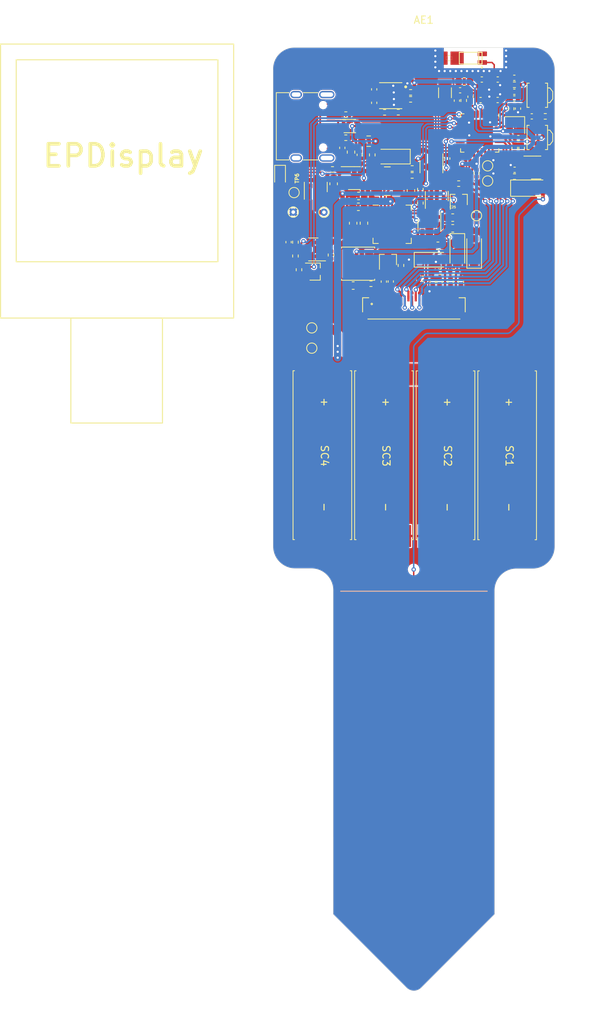
<source format=kicad_pcb>
(kicad_pcb (version 20221018) (generator pcbnew)
  (layers (0 "F.Cu" signal) (31 "B.Cu" signal) (34 "B.Paste" user) (35 "F.Paste" user) (36 "B.SilkS" user "B.Silkscreen") (37 "F.SilkS" user "F.Silkscreen") (38 "B.Mask" user) (39 "F.Mask" user) (44 "Edge.Cuts" user))
  (net 0 "")
  (net 1 "Net-(AE1-FEED)")
  (net 2 "GND")
  (net 3 "Net-(AE1-MPAD)")
  (net 4 "Net-(C1-Pad2)")
  (net 5 "Net-(U1-GPIO1{slash}XTAL_32K_N{slash}ADC1_CH1)")
  (net 6 "Net-(U1-XTAL_N)")
  (net 7 "Net-(C4-Pad2)")
  (net 8 "+3V3")
  (net 9 "Net-(C7-Pad1)")
  (net 10 "/Main Controller/BOOT_MODE1")
  (net 11 "/Main Controller/CHIP_EN")
  (net 12 "/Main Controller/ANT")
  (net 13 "Net-(C17-Pad1)")
  (net 14 "Net-(C18-Pad1)")
  (net 15 "VBUS")
  (net 16 "+BATT")
  (net 17 "Net-(U4-BUFSRC)")
  (net 18 "Net-(U4-BOOST)")
  (net 19 "/Solar Power/BUCK")
  (net 20 "Net-(Q2-D)")
  (net 21 "/Main Controller/BATT_MEAS")
  (net 22 "/Main Controller/SENSE_OUT")
  (net 23 "Net-(J4-VDD)")
  (net 24 "Net-(J4-VCOM)")
  (net 25 "Net-(J4-VSL)")
  (net 26 "Net-(J4-VSH)")
  (net 27 "/Display/PREVGL")
  (net 28 "Net-(J4-VGL)")
  (net 29 "Net-(J4-VGH)")
  (net 30 "/Display/PREVGH")
  (net 31 "Net-(D4-K)")
  (net 32 "Net-(D6-K)")
  (net 33 "Net-(D1-K)")
  (net 34 "Net-(D2-K)")
  (net 35 "/Sensor/CAP_TRACK")
  (net 36 "Net-(J1-CC1)")
  (net 37 "/USB Power/D_IN+")
  (net 38 "/USB Power/D_IN-")
  (net 40 "Net-(J1-CC2)")
  (net 43 "Net-(J2-Pin_1)")
  (net 45 "/Display/GDR")
  (net 46 "/Display/RESE")
  (net 47 "/SCL")
  (net 48 "/SDA")
  (net 49 "/Display/BUSY")
  (net 50 "/Display/RST")
  (net 51 "/Display/DC")
  (net 52 "/Display/CS")
  (net 53 "/Display/SCLK")
  (net 54 "/Display/SDI")
  (net 56 "Net-(U4-SWBOOST)")
  (net 57 "Net-(U4-SWBUCK)")
  (net 58 "/Main Controller/PWR_STATUS")
  (net 59 "/Main Controller/BOOT_MODE0")
  (net 60 "/Power Gate and Regulator/DRV")
  (net 61 "Net-(Q3-B)")
  (net 62 "Net-(Q4-G)")
  (net 63 "Net-(Q4-D)")
  (net 64 "/Main Controller/BATT_MEAS_EN")
  (net 65 "Net-(U1-XTAL_P)")
  (net 66 "Net-(U1-GPIO0{slash}XTAL_32K_P{slash}ADC1_CH0)")
  (net 67 "/Main Controller/DONE")
  (net 68 "Net-(U3-PROG)")
  (net 69 "Net-(U3-STAT)")
  (net 70 "/Main Controller/M_DRV")
  (net 71 "Net-(U7-SDO)")
  (net 72 "Net-(U7-CSB)")
  (net 73 "/Main Controller/PWM")
  (net 74 "/Solar Power/SOLAR+")
  (net 75 "/Main Controller/DL_TXD0")
  (net 76 "/Main Controller/DL_RXD0")
  (net 77 "/Main Controller/USB_D-")
  (net 78 "/Main Controller/USB_D+")
  (net 83 "/Power Gate and Regulator/LDO_EN")
  (footprint "Capacitor_SMD:C_0402_1005Metric" (layer "F.Cu") (at 69.448 47.937)
    (fp_text reference "C8")
    (fp_text value "10n")
  )
  (footprint "Capacitor_SMD:C_0603_1608Metric" (layer "F.Cu") (at 61.045 64.16)
    (fp_text reference "C25")
    (fp_text value "10u")
  )
  (footprint "TestPoint:TestPoint_THTPad_D1.0mm_Drill0.5mm" (layer "F.Cu") (at 43.48 63.43)
    (fp_text reference "J2")
    (fp_text value "+LIPO")
  )
  (footprint "Capacitor_SMD:C_0402_1005Metric" (layer "F.Cu") (at 69.948 49.312 90)
    (fp_text reference "C4")
    (fp_text value "10p")
  )
  (footprint "Capacitor_SMD:C_0402_1005Metric" (layer "F.Cu") (at 62.053 46.814 180)
    (fp_text reference "C1")
    (fp_text value "12p")
  )
  (footprint "Capacitor_SMD:C_0603_1608Metric" (layer "F.Cu") (at 55.3468 60.4712 -90)
    (fp_text reference "C21")
    (fp_text value "22u")
  )
  (footprint "Package_DFN_QFN:QFN-28-1EP_5x5mm_P0.5mm_EP3.35x3.35mm" (layer "F.Cu") (at 52.78 65.07)
    (fp_text reference "U4")
    (fp_text value "AEM10941")
  )
  (footprint "Package_DFN_QFN:QFN-32-1EP_5x5mm_P0.5mm_EP3.6x3.6mm" (layer "F.Cu") (at 64.725 52.634 -90)
    (fp_text reference "U1")
    (fp_text value "ESP32-C6FH4")
  )
  (footprint "Capacitor_SMD:C_0603_1608Metric" (layer "F.Cu") (at 44.8 59.555 90)
    (fp_text reference "C20")
    (fp_text value "10u")
  )
  (footprint "Capacitor_SMD:C_0402_1005Metric" (layer "F.Cu") (at 50.33 46.69 90)
    (fp_text reference "C27")
    (fp_text value "100n")
  )
  (footprint "Capacitor_SMD:C_0402_1005Metric" (layer "F.Cu") (at 64.29 58.1 -90)
    (fp_text reference "C10")
    (fp_text value "100n")
  )
  (footprint "Resistor_SMD:R_0402_1005Metric" (layer "F.Cu") (at 73.67 50.37)
    (fp_text reference "R8")
    (fp_text value "5K1")
  )
  (footprint "Capacitor_SMD:C_0402_1005Metric" (layer "F.Cu") (at 64.845 48.151 180)
    (fp_text reference "C7")
    (fp_text value "100n")
  )
  (footprint "TestPoint:TestPoint_Pad_D1.0mm" (layer "F.Cu") (at 39.4 60.75)
    (fp_text reference "TP6")
    (fp_text value "+LIPO")
  )
  (footprint "plantpal:USB_C_Receptacle_XKB_U262-16XN-4BVC11" (layer "F.Cu") (at 40.762 51.721 -90)
    (fp_text reference "J1")
    (fp_text value "U262-161N-4BVC11")
  )
  (footprint "Package_TO_SOT_SMD:SOT-666" (layer "F.Cu") (at 47.01 51.6935)
    (fp_text reference "U2")
    (fp_text value "USBLC6-2P6")
  )
  (footprint "plantpal:L_Changjiang_FNR4012S" (layer "F.Cu") (at 48.14 70.435)
    (fp_text reference "L5")
    (fp_text value "10u 1A")
  )
  (footprint "Resistor_SMD:R_0402_1005Metric" (layer "F.Cu") (at 44.64 57.6 180)
    (fp_text reference "R13")
    (fp_text value "1K")
  )
  (footprint "Diode_SMD:D_SOD-123" (layer "F.Cu") (at 52.89 55.85 180)
    (fp_text reference "D2")
    (fp_text value "B5819W")
  )
  (footprint "Resistor_SMD:R_0402_1005Metric" (layer "F.Cu") (at 53.985 70.675 -90)
    (fp_text reference "R25")
    (fp_text value "470m")
  )
  (footprint "Resistor_SMD:R_0402_1005Metric" (layer "F.Cu") (at 55.51 57.47)
    (fp_text reference "R14")
    (fp_text value "10K")
  )
  (footprint "Package_TO_SOT_SMD:SOT-323_SC-70" (layer "F.Cu") (at 42.2474 71.5158)
    (fp_text reference "Q5")
    (fp_text value "DMG1012UW")
  )
  (footprint "Capacitor_SMD:C_0402_1005Metric" (layer "F.Cu") (at 45.98 54.66 -90)
    (fp_text reference "C17")
    (fp_text value "10n")
  )
  (footprint "Resistor_SMD:R_0402_1005Metric" (layer "F.Cu") (at 55.3 48.05 180)
    (fp_text reference "R4")
    (fp_text value "10K")
  )
  (footprint "Capacitor_SMD:C_0402_1005Metric" (layer "F.Cu") (at 50.33 48.524 -90)
    (fp_text reference "C28")
    (fp_text value "100n")
  )
  (footprint "plantpal:KXOB25-05X3F" (layer "F.Cu") (at 43.56 96.495 -90)
    (fp_text reference "SC4")
    (fp_text value "KXOB25-05X3TF-TR")
  )
  (footprint "plantpal:Crystal_SMD_3215-2Pin_3.2x1.5mm" (layer "F.Cu") (at 59.99 47.155 -90)
    (fp_text reference "Y1")
    (fp_text value "CM315D32768DZFT")
  )
  (footprint "Capacitor_SMD:C_0402_1005Metric" (layer "F.Cu") (at 69.445 45.115 180)
    (fp_text reference "C14")
    (fp_text value "1u")
  )
  (footprint "Capacitor_SMD:C_0402_1005Metric" (layer "F.Cu") (at 56.94 72.48 180)
    (fp_text reference "C38")
    (fp_text value "1u")
  )
  (footprint "Package_TO_SOT_SMD:SOT-23" (layer "F.Cu") (at 72.4225 57.34)
    (fp_text reference "Q3")
    (fp_text value "MMBT3906")
  )
  (footprint "Package_TO_SOT_SMD:SOT-23" (layer "F.Cu") (at 42.36 59.99 90)
    (fp_text reference "Q6")
    (fp_text value "AO3407A")
  )
  (footprint "Capacitor_SMD:C_0603_1608Metric" (layer "F.Cu") (at 61.045 65.62)
    (fp_text reference "C26")
    (fp_text value "10u")
  )
  (footprint "Diode_SMD:D_MiniMELF" (layer "F.Cu") (at 71.6 60.145)
    (fp_text reference "D3")
    (fp_text value "LL4148")
  )
  (footprint "Capacitor_SMD:C_0402_1005Metric" (layer "F.Cu") (at 51.645 72.875 -90)
    (fp_text reference "C36")
    (fp_text value "1u")
  )
  (footprint "Capacitor_SMD:C_0402_1005Metric" (layer "F.Cu") (at 60.54 42.434)
    (fp_text reference "C12")
    (fp_text value "DNP")
  )
  (footprint "Capacitor_SMD:C_0603_1608Metric" (layer "F.Cu") (at 62.622 45.622 180)
    (fp_text reference "C5")
    (fp_text value "10u")
  )
  (footprint "Diode_SMD:D_SOD-123" (layer "F.Cu") (at 61.675 68.7 -90)
    (fp_text reference "D4")
    (fp_text value "MBR0530")
  )
  (footprint "Resistor_SMD:R_0402_1005Metric" (layer "F.Cu") (at 49.89 73.165)
    (fp_text reference "R26")
    (fp_text value "1M")
  )
  (footprint "Package_TO_SOT_SMD:SOT-23" (layer "F.Cu") (at 58.87 61.2325 90)
    (fp_text reference "Q2")
    (fp_text value "DMG3415U-7")
  )
  (footprint "Resistor_SMD:R_0402_1005Metric" (layer "F.Cu") (at 55.51 58.41 180)
    (fp_text reference "R15")
    (fp_text value "16K9")
  )
  (footprint "Inductor_SMD:L_0402_1005Metric" (layer "F.Cu") (at 66.735 46.751 -90)
    (fp_text reference "L2")
    (fp_text value "0")
  )
  (footprint "Resistor_SMD:R_0402_1005Metric" (layer "F.Cu") (at 55.3 47.1)
    (fp_text reference "R17")
    (fp_text value "10K")
  )
  (footprint "Resistor_SMD:R_0402_1005Metric" (layer "F.Cu") (at 50.07 55.62 90)
    (fp_text reference "R12")
    (fp_text value "2K")
  )
  (footprint "Resistor_SMD:R_0402_1005Metric" (layer "F.Cu") (at 40.0724 71.2598 -90)
    (fp_text reference "R23")
    (fp_text value "1M")
  )
  (footprint "plantpal:Crystal_SMD_2016-4Pin_2.0x1.6mm" (layer "F.Cu") (at 69.505 51.56 180)
    (fp_text reference "Y2")
    (fp_text value "R940000171")
  )
  (footprint "Capacitor_SMD:C_0402_1005Metric" (layer "F.Cu") (at 69.49 57.645 180)
    (fp_text reference "C30")
    (fp_text value "1n")
  )
  (footprint "Capacitor_SMD:C_0603_1608Metric" (layer "F.Cu") (at 48.2 61.21 180)
    (fp_text reference "C19")
    (fp_text value "10u")
  )
  (footprint "Diode_SMD:D_SOD-123" (layer "F.Cu") (at 63.97 68.695 90)
    (fp_text reference "D5")
    (fp_text value "MBR0530" hide)
  )
  (footprint "Resistor_SMD:R_0402_1005Metric" (layer "F.Cu") (at 39.5898 69.3902 90)
    (fp_text reference "R20")
    (fp_text value "4K7")
  )
  (footprint "TestPoint:TestPoint_THTPad_D1.0mm_Drill0.5mm" (layer "F.Cu") (at 39.29 63.41)
    (fp_text reference "J3")
    (fp_text value "-LIPO")
  )
  (footprint "Capacitor_SMD:C_0402_1005Metric" (layer "F.Cu") (at 69.996 53.322 180)
    (fp_text reference "C3")
    (fp_text value "10p")
  )
  (footprint "plantpal:SW_SPST_B3U-3000P" (layer "F.Cu") (at 72.58 53.245 -90)
    (fp_text reference "SW1")
    (fp_text value "B3U-3000P")
  )
  (footprint "Capacitor_SMD:C_0402_1005Metric" (layer "F.Cu") (at 71.83 50.37 180)
    (fp_text reference "C13")
    (fp_text value "100n")
  )
  (footprint "Capacitor_SMD:C_0402_1005Metric" (layer "F.Cu") (at 59.241 72.9254 -90)
    (fp_text reference "C34")
    (fp_text value "1u")
  )
  (footprint "Package_TO_SOT_SMD:SOT-323_SC-70" (layer "F.Cu") (at 52.21 69.9 90)
    (fp_text reference "Q7")
    (fp_text value "SI1308EDL")
  )
  (footprint "plantpal:KXOB25-05X3F" (layer "F.Cu") (at 68.77 96.515 -90)
    (fp_text reference "SC1")
    (fp_text value "KXOB25-05X3TF-TR")
  )
  (footprint "Diode_SMD:D_SOD-123" (layer "F.Cu") (at 58.15 69.9)
    (fp_text reference "D6")
    (fp_text value "MBR0530")
  )
  (footprint "plantpal:BME680-PSON80P300X300X100-8N" (layer "F.Cu") (at 52.5844 47.55)
    (fp_text reference "U7")
    (fp_text value "BME688")
  )
  (footprint "Resistor_SMD:R_0402_1005Metric" (layer "F.Cu") (at 69.008 49.332 90)
    (fp_text reference "R1")
    (fp_text value "22")
  )
  (footprint "Capacitor_SMD:C_0402_1005Metric" (layer "F.Cu") (at 58.316 72.9254 -90)
    (fp_text reference "C31")
    (fp_text value "1u")
  )
  (footprint "Capacitor_SMD:C_0402_1005Metric" (layer "F.Cu") (at 63.473 47.699 90)
    (fp_text reference "C11")
    (fp_text value "100n")
  )
  (footprint "TestPoint:TestPoint_Pad_D1.0mm" (layer "F.Cu") (at 64.29 63.89)
    (fp_text reference "TP5")
    (fp_text value "3V3")
  )
  (footprint "Resistor_SMD:R_0402_1005Metric" (layer "F.Cu") (at 69.5 54.715 90)
    (fp_text reference "R18")
    (fp_text value "10K")
  )
  (footprint "Resistor_SMD:R_0402_1005Metric" (layer "F.Cu") (at 44.4412 69.2552 -90)
    (fp_text reference "R22")
    (fp_text value "1M")
  )
  (footprint "Inductor_SMD:L_0402_1005Metric" (layer "F.Cu") (at 65.285 46.756 -90)
    (fp_text reference "L1")
    (fp_text value "2n2")
  )
  (footprint "Capacitor_SMD:C_0603_1608Metric" (layer "F.Cu") (at 47.465 73.415)
    (fp_text reference "C41")
    (fp_text value "4u7")
  )
  (footprint "Package_TO_SOT_SMD:SOT-23-6" (layer "F.Cu") (at 58.14 57.2625 -90)
    (fp_text reference "U5")
    (fp_text value "TPL5110")
  )
  (footprint "Resistor_SMD:R_0402_1005Metric" (layer "F.Cu") (at 69.47 58.575 180)
    (fp_text reference "R24")
    (fp_text value "1M")
  )
  (footprint "Capacitor_SMD:C_0402_1005Metric" (layer "F.Cu") (at 60.741 72.9054 -90)
    (fp_text reference "C33")
    (fp_text value "1u")
  )
  (footprint "plantpal:RFECA3216060A1T" (layer "F.Cu") (at 63.645 42.44)
    (fp_text reference "AE1")
    (fp_text value "RFECA3216060A1T")
  )
  (footprint "Resistor_SMD:R_0402_1005Metric" (layer "F.Cu") (at 56.63 62.18 90)
    (fp_text reference "R7")
    (fp_text value "1M")
  )
  (footprint "Capacitor_SMD:C_0402_1005Metric" (layer "F.Cu") (at 38.65 67.5 90)
    (fp_text reference "C29")
    (fp_text value "100n")
  )
  (footprint "Resistor_SMD:R_0402_1005Metric" (layer "F.Cu") (at 39.5898 67.5086 -90)
    (fp_text reference "R21")
    (fp_text value "10K")
  )
  (footprint "plantpal:687124182122" (layer "F.Cu") (at 55.75 76.425)
    (fp_text reference "J4")
    (fp_text value "687124182122")
  )
  (footprint "Resistor_SMD:R_0402_1005Metric" (layer "F.Cu") (at 70.45 54.715 90)
    (fp_text reference "R19")
    (fp_text value "10K")
  )
  (footprint "Resistor_SMD:R_0402_1005Metric" (layer "F.Cu") (at 61.86 59.53 180)
    (fp_text reference "R6")
    (fp_text value "10K")
  )
  (footprint "Package_TO_SOT_SMD:SOT-23-5" (layer "F.Cu") (at 57.86 65.2175 -90)
    (fp_text reference "U6")
    (fp_text value "XC6220")
  )
  (footprint "Capacitor_SMD:C_0603_1608Metric" (layer "F.Cu") (at 47.4636 64.9202 90)
    (fp_text reference "C23")
    (fp_text value "10u")
  )
  (footprint "TestPoint:TestPoint_Pad_D1.0mm" (layer "F.Cu") (at 41.82 79.18 90)
    (fp_text reference "TP3")
    (fp_text value "SOLAR+")
  )
  (footprint "Capacitor_SMD:C_0402_1005Metric" (layer "F.Cu") (at 59.355 71.525)
    (fp_text reference "C39")
    (fp_text value "1u")
  )
  (footprint "Capacitor_SMD:C_0402_1005Metric" (layer "F.Cu") (at 61.613 48.228 -90)
    (fp_text reference "C2")
    (fp_text value "12p")
  )
  (footprint "Capacitor_SMD:C_0402_1005Metric" (layer "F.Cu") (at 60.3 56.11 -90)
    (fp_text reference "C24")
    (fp_text value "100n")
  )
  (footprint "Capacitor_SMD:C_0402_1005Metric" (layer "F.Cu") (at 65.013 45.35 180)
    (fp_text reference "C6")
    (fp_text value "100n")
  )
  (footprint "Package_TO_SOT_SMD:SOT-23" (layer "F.Cu") (at 42.0259 68.4932 180)
    (fp_text reference "Q4")
    (fp_text value "PMV32UP")
  )
  (footprint "Capacitor_SMD:C_0402_1005Metric" (layer "F.Cu") (at 67.185 45.351 180)
    (fp_text reference "C15")
    (fp_text value "DNP")
  )
  (footprint "plantpal:IND_LPS4012-103MRB" (layer "F.Cu") (at 52.125 59.2 180)
    (fp_text reference "L3")
    (fp_text value "10u 0.55A")
  )
  (footprint "Fuse:Fuse_0805_2012Metric" (layer "F.Cu") (at 49.58 53.75)
    (fp_text reference "F1")
    (fp_text value "0.75A")
  )
  (footprint "Resistor_SMD:R_0402_1005Metric" (layer "F.Cu") (at 46.46 53.28)
    (fp_text reference "R11")
    (fp_text value "5K1")
  )
  (footprint "Inductor_SMD:L_0603_1608Metric" (layer "F.Cu") (at 48.9368 64.9202 90)
    (fp_text reference "L4")
    (fp_text value "10u")
  )
  (footprint "TestPoint:TestPoint_Pad_D1.0mm" (layer "F.Cu") (at 41.82 81.94 90)
    (fp_text reference "TP4")
    (fp_text value "SOLAR-")
  )
  (footprint "plantpal:SW_SPST_B3U-3000P" (layer "F.Cu") (at 72.58 47.495 -90)
    (fp_text reference "SW2")
    (fp_text value "B3U-3000P")
  )
  (footprint "Capacitor_SMD:C_0402_1005Metric" (layer "F.Cu") (at 62.166 72.9104 -90)
    (fp_text reference "C32")
    (fp_text value "1u")
  )
  (footprint "Capacitor_SMD:C_0402_1005Metric" (layer "F.Cu") (at 69.448 47.015)
    (fp_text reference "C9")
    (fp_text value "1u")
  )
  (footprint "Resistor_SMD:R_0402_1005Metric" (layer "F.Cu") (at 62.543 48.207 90)
    (fp_text reference "R2")
    (fp_text value "22")
  )
  (footprint "Capacitor_SMD:C_0402_1005Metric" (layer "F.Cu") (at 52.595 72.865 -90)
    (fp_text reference "C37")
    (fp_text value "1u")
  )
  (footprint "Resistor_SMD:R_0402_1005Metric" (layer "F.Cu") (at 56.63 60.31 -90)
    (fp_text reference "R5")
    (fp_text value "1M")
  )
  (footprint "TestPoint:TestPoint_Pad_D1.0mm" (layer "F.Cu") (at 65.81 59.17)
    (fp_text reference "TP1")
    (fp_text value "DL_TXD0")
  )
  (footprint "Package_TO_SOT_SMD:SOT-23-5" (layer "F.Cu") (at 47.62 58.78)
    (fp_text reference "U3")
    (fp_text value "MCP73831T-2ACI/OT")
  )
  (footprint "plantpal:KXOB25-05X3F" (layer "F.Cu") (at 60.36 96.515 -90)
    (fp_text reference "SC2")
    (fp_text value "KXOB25-05X3TF-TR")
  )
  (footprint "TestPoint:TestPoint_Pad_D1.0mm" (layer "F.Cu") (at 65.81 57.11)
    (fp_text reference "TP2")
    (fp_text value "DL_RXD0")
  )
  (footprint "Capacitor_SMD:C_0402_1005Metric" (layer "F.Cu") (at 67.175 48.141)
    (fp_text reference "C16")
    (fp_text value "DNP")
  )
  (footprint "Package_TO_SOT_SMD:SOT-323_SC-70" (layer "F.Cu") (at 61.87 61.72 90)
    (fp_text reference "Q1")
    (fp_text value "DMG1012UW")
  )
  (footprint "plantpal:KXOB25-05X3F" (layer "F.Cu") (at 51.96 96.505 -90)
    (fp_text reference "SC3")
    (fp_text value "KXOB25-05X3TF-TR")
  )
  (footprint "Capacitor_SMD:C_0603_1608Metric" (layer "F.Cu") (at 48.1748 62.685 180)
    (fp_text reference "C22")
    (fp_text value "22u")
  )
  (footprint "LED_SMD:LED_0603_1608Metric" (layer "F.Cu") (at 37.49 58.5225 -90)
    (fp_text reference "D1")
    (fp_text value "VLMO1500-GS08")
  )
  (footprint "Inductor_SMD:L_0603_1608Metric" (layer "F.Cu") (at 47.17 55.2375 -90)
    (fp_text reference "FB1")
    (fp_text value "MMZ1608B601CTAH0")
  )
  (footprint "Capacitor_SMD:C_0603_1608Metric" (layer "F.Cu") (at 59.025 68 180)
    (fp_text reference "C40")
    (fp_text value "4u7")
  )
  (footprint "Capacitor_SMD:C_0402_1005Metric" (layer "F.Cu") (at 48.36 55.61 90)
    (fp_text reference "C18")
    (fp_text value "100n")
  )
  (footprint "Resistor_SMD:R_0402_1005Metric" (layer "F.Cu") (at 46.46 50.13)
    (fp_text reference "R10")
    (fp_text value "5K1")
  )
  (footprint "Resistor_SMD:R_0402_1005Metric" (layer "F.Cu") (at 53.62 49.8)
    (fp_text reference "R3")
    (fp_text value "10K")
  )
  (footprint "Resistor_SMD:R_0402_1005Metric" (layer "F.Cu") (at 51.7524 49.8168)
    (fp_text reference "R16")
    (fp_text value "10K")
  )
  (footprint "Resistor_SMD:R_0402_1005Metric" (layer "F.Cu") (at 69.46 46.065)
    (fp_text reference "R9")
    (fp_text value "10K")
  )
  (footprint "Capacitor_SMD:C_0402_1005Metric" (layer "F.Cu") (at 61.191 71.5304)
    (fp_text reference "C35")
    (fp_text value "1u")
  )
  (gr_line (start 45.75 115.05) (end 65.75 115.05) (stroke (width 0.12)) (layer "B.SilkS"))
  (gr_rect (start 1.5 42.66) (end 29.012 70.172) (stroke (width 0.15)) (fill none) (layer "F.SilkS"))
  (gr_rect (start 8.95 77.84) (end 21.45 92.14) (stroke (width 0.15)) (fill none) (layer "F.SilkS"))
  (gr_rect (start -0.64 40.52) (end 31.16 77.84) (stroke (width 0.15)) (fill none) (layer "F.SilkS"))
  (gr_line (start 45.75 115.05) (end 65.75 115.05) (stroke (width 0.12)) (layer "F.SilkS"))
  (gr_arc (start 71.95 41) (mid 74.07132 41.87868) (end 74.95 44) (stroke (width 0.05)) (layer "Edge.Cuts"))
  (gr_line (start 39.44736 41) (end 71.95 41) (stroke (width 0.05)) (layer "Edge.Cuts"))
  (gr_line (start 69.75 111.96868) (end 71.95 111.96868) (stroke (width 0.05)) (layer "Edge.Cuts"))
  (gr_line (start 56.749999 169.049999) (end 66.75 159.05) (stroke (width 0.05)) (layer "Edge.Cuts"))
  (gr_arc (start 66.75 114.96868) (mid 67.62868 112.84736) (end 69.75 111.96868) (stroke (width 0.05)) (layer "Edge.Cuts"))
  (gr_line (start 66.75 159.05) (end 66.75 114.96868) (stroke (width 0.05)) (layer "Edge.Cuts"))
  (gr_line (start 39.54868 111.94132) (end 41.74868 111.94132) (stroke (width 0.05)) (layer "Edge.Cuts"))
  (gr_arc (start 41.74868 111.94132) (mid 43.87 112.82) (end 44.74868 114.94132) (stroke (width 0.05)) (layer "Edge.Cuts"))
  (gr_arc (start 74.95 108.96868) (mid 74.071327 111.090013) (end 71.95 111.96868) (stroke (width 0.05)) (layer "Edge.Cuts"))
  (gr_arc (start 39.54868 111.94132) (mid 37.427366 111.062634) (end 36.54868 108.94132) (stroke (width 0.05)) (layer "Edge.Cuts"))
  (gr_line (start 44.74868 114.94132) (end 44.75 159.05) (stroke (width 0.05)) (layer "Edge.Cuts"))
  (gr_line (start 54.750001 169.049999) (end 44.75 159.05) (stroke (width 0.05)) (layer "Edge.Cuts"))
  (gr_arc (start 36.548681 44.069471) (mid 37.336437 41.909964) (end 39.44736 41) (stroke (width 0.05)) (layer "Edge.Cuts"))
  (gr_arc (start 56.749999 169.049999) (mid 55.75 169.464212) (end 54.750001 169.049999) (stroke (width 0.05)) (layer "Edge.Cuts"))
  (gr_line (start 36.548681 108.94132) (end 36.548681 44.069471) (stroke (width 0.05)) (layer "Edge.Cuts"))
  (gr_line (start 74.95 108.96868) (end 74.95 44) (stroke (width 0.05)) (layer "Edge.Cuts"))
  (gr_text "EPDisplay" (at 4.85 57.5) (layer "F.SilkS") (effects (font (size 3 3) (thickness 0.5) bold) (justify left bottom)))
  (segment (start 66.705 45.351) (end 66.705 43.337) (width 0.2) (layer "F.Cu") (net 1))
  (segment (start 66.735 45.381) (end 66.705 45.351) (width 0.2) (layer "F.Cu") (net 1))
  (segment (start 66.735 46.266) (end 66.735 45.381) (width 0.2) (layer "F.Cu") (net 1))
  (segment (start 66.398 43.03) (end 65.08 43.03) (width 0.2) (layer "F.Cu") (net 1))
  (segment (start 66.705 43.337) (end 66.398 43.03) (width 0.2) (layer "F.Cu") (net 1))
  (segment (start 53.28 67.52) (end 53.28 65.57) (width 0.25) (layer "F.Cu") (net 2))
  (segment (start 51.28 67.52) (end 51.28 66.57) (width 0.25) (layer "F.Cu") (net 2))
  (segment (start 53.28 65.57) (end 52.78 65.07) (width 0.25) (layer "F.Cu") (net 2))
  (segment (start 51.28 66.57) (end 52.78 65.07) (width 0.25) (layer "F.Cu") (net 2))
  (segment (start 54.28 66.57) (end 52.78 65.07) (width 0.25) (layer "F.Cu") (net 2))
  (segment (start 51.78 67.52) (end 51.78 66.07) (width 0.25) (layer "F.Cu") (net 2))
  (segment (start 55.23 66.57) (end 54.28 66.57) (width 0.25) (layer "F.Cu") (net 2))
  (segment (start 52.28 67.52) (end 52.28 65.57) (width 0.25) (layer "F.Cu") (net 2))
  (segment (start 50.33 66.57) (end 51.28 66.57) (width 0.25) (layer "F.Cu") (net 2))
  (segment (start 52.28 65.57) (end 52.78 65.07) (width 0.25) (layer "F.Cu") (net 2))
  (segment (start 51.78 66.07) (end 52.78 65.07) (width 0.25) (layer "F.Cu") (net 2))
  (via (at 66.59 56.34) (size 0.6) (drill 0.3) (layers "F.Cu" "B.Cu") (net 2))
  (via (at 66.59 58.15) (size 0.6) (drill 0.3) (layers "F.Cu" "B.Cu") (net 2))
  (via (at 62.992 44.196) (size 0.6) (drill 0.3) (layers "F.Cu" "B.Cu") (net 2))
  (via (at 67.564 44.196) (size 0.6) (drill 0.3) (layers "F.Cu" "B.Cu") (net 2))
  (via (at 58.674 41.402) (size 0.6) (drill 0.3) (layers "F.Cu" "B.Cu") (net 2))
  (via (at 68.326 41.402) (size 0.6) (drill 0.3) (layers "F.Cu" "B.Cu") (net 2))
  (via (at 69.95 49.81) (size 0.6) (drill 0.3) (layers "F.Cu" "B.Cu") (net 2))
  (via (at 66.04 44.196) (size 0.6) (drill 0.3) (layers "F.Cu" "B.Cu") (net 2))
  (via (at 66.04 47.68) (size 0.6) (drill 0.3) (layers "F.Cu" "B.Cu") (net 2))
  (via (at 68.326 42.164) (size 0.6) (drill 0.3) (layers "F.Cu" "B.Cu") (net 2))
  (via (at 58.674 42.164) (size 0.6) (drill 0.3) (layers "F.Cu" "B.Cu") (net 2))
  (via (at 67.51 47.36) (size 0.6) (drill 0.3) (layers "F.Cu" "B.Cu") (net 2))
  (via (at 58.75 70.19) (size 0.6) (drill 0.3) (layers "F.Cu" "B.Cu") (net 2))
  (via (at 53.02 48.8) (size 0.6) (drill 0.3) (layers "F.Cu" "B.Cu") (net 2))
  (via (at 60.706 44.196) (size 0.6) (drill 0.3) (layers "F.Cu" "B.Cu") (net 2))
  (via (at 58.674 42.926) (size 0.6) (drill 0.3) (layers "F.Cu" "B.Cu") (net 2))
  (via (at 55.07 69.88) (size 0.6) (drill 0.3) (layers "F.Cu" "B.Cu") (net 2))
  (via (at 62.23 44.196) (size 0.6) (drill 0.3) (layers "F.Cu" "B.Cu") (net 2))
  (via (at 67.51 46.12) (size 0.6) (drill 0.3) (layers "F.Cu" "B.Cu") (net 2))
  (via (at 54.86 45.87) (size 0.6) (drill 0.3) (layers "F.Cu" "B.Cu") (net 2))
  (via (at 66.14 51.18) (size 0.6) (drill 0.3) (layers "F.Cu" "B.Cu") (net 2))
  (via (at 65.278 44.196) (size 0.6) (drill 0.3) (layers "F.Cu" "B.Cu") (net 2))
  (via (at 53.02 48.01) (size 0.6) (drill 0.3) (layers "F.Cu" "B.Cu") (net 2))
  (via (at 68.326 43.688) (size 0.6) (drill 0.3) (layers "F.Cu" "B.Cu") (net 2))
  (via (at 58.674 43.688) (size 0.6) (drill 0.3) (layers "F.Cu" "B.Cu") (net 2))
  (via (at 59.944 44.196) (size 0.6) (drill 0.3) (layers "F.Cu" "B.Cu") (net 2))
  (via (at 63.3 52.96) (size 0.6) (drill 0.3) (layers "F.Cu" "B.Cu") (net 2))
  (via (at 63.754 44.196) (size 0.6) (drill 0.3) (layers "F.Cu" "B.Cu") (net 2))
  (via (at 52.93 46.2) (size 0.6) (drill 0.3) (layers "F.Cu" "B.Cu") (net 2))
  (via (at 68.96 57) (size 0.6) (drill 0.3) (layers "F.Cu" "B.Cu") (net 2))
  (via (at 64.516 44.196) (size 0.6) (drill 0.3) (layers "F.Cu" "B.Cu") (net 2))
  (via (at 53 47.11) (size 0.6) (drill 0.3) (layers "F.Cu" "B.Cu") (net 2))
  (via (at 61.468 44.196) (size 0.6) (drill 0.3) (layers "F.Cu" "B.Cu") (net 2))
  (via (at 68.326 42.926) (size 0.6) (drill 0.3) (layers "F.Cu" "B.Cu") (net 2))
  (via (at 57.875 74.2) (size 0.6) (drill 0.3) (layers "F.Cu" "B.Cu") (net 2))
  (via (at 59.182 44.196) (size 0.6) (drill 0.3) (layers "F.Cu" "B.Cu") (net 2))
  (via (at 66.18 53.1) (size 0.6) (drill 0.3) (layers "F.Cu" "B.Cu") (net 2))
  (via (at 63.27 51.22) (size 0.6) (drill 0.3) (layers "F.Cu" "B.Cu") (net 2))
  (via (at 66.01 46.73) (size 0.6) (drill 0.3) (layers "F.Cu" "B.Cu") (net 2))
  (segment (start 61.575899 46.814) (end 61.573 46.814) (width 0.25) (layer "F.Cu") (net 4))
  (segment (start 59.99 45.905) (end 59.99 46.53) (width 0.6) (layer "F.Cu") (net 4))
  (segment (start 60.274 46.814) (end 61.573 46.814) (width 0.6) (layer "F.Cu") (net 4))
  (segment (start 59.99 46.53) (end 60.274 46.814) (width 0.6) (layer "F.Cu") (net 4))
  (segment (start 62.458899 47.697) (end 61.575899 46.814) (width 0.25) (layer "F.Cu") (net 4))
  (segment (start 62.543 47.697) (end 62.458899 47.697) (width 0.25) (layer "F.Cu") (net 4))
  (segment (start 59.99 48.405) (end 60.293 48.708) (width 0.6) (layer "F.Cu") (net 5))
  (segment (start 63.120297 49.452) (end 62.357 49.452) (width 0.25) (layer "F.Cu") (net 5))
  (segment (start 63.475 50.184) (end 63.475 49.806703) (width 0.25) (layer "F.Cu") (net 5))
  (segment (start 62.357 49.452) (end 61.613 48.708) (width 0.25) (layer "F.Cu") (net 5))
  (segment (start 60.293 48.708) (end 61.613 48.708) (width 0.6) (layer "F.Cu") (net 5))
  (segment (start 63.475 49.806703) (end 63.120297 49.452) (width 0.25) (layer "F.Cu") (net 5))
  (segment (start 68.4165 51.7215) (end 68.805 52.11) (width 0.25) (layer "F.Cu") (net 6))
  (segment (start 67.175 51.884) (end 67.617983 51.884) (width 0.25) (layer "F.Cu") (net 6))
  (segment (start 68.805 52.11) (end 68.805 52.611) (width 0.25) (layer "F.Cu") (net 6))
  (segment (start 68.805 52.611) (end 69.516 53.322) (width 0.25) (layer "F.Cu") (net 6))
  (segment (start 67.780483 51.7215) (end 68.4165 51.7215) (width 0.25) (layer "F.Cu") (net 6))
  (segment (start 67.617983 51.884) (end 67.780483 51.7215) (width 0.25) (layer "F.Cu") (net 6))
  (segment (start 69.948 48.832) (end 70.472 48.832) (width 0.5) (layer "F.Cu") (net 7))
  (segment (start 69.008 48.822) (end 69.938 48.822) (width 0.5) (layer "F.Cu") (net 7))
  (segment (start 70.472 48.832) (end 70.66 49.02) (width 0.5) (layer "F.Cu") (net 7))
  (segment (start 70.66 50.555) (end 70.205 51.01) (width 0.5) (layer "F.Cu") (net 7))
  (segment (start 69.938 48.822) (end 69.948 48.832) (width 0.5) (layer "F.Cu") (net 7))
  (segment (start 70.66 49.02) (end 70.66 50.555) (width 0.5) (layer "F.Cu") (net 7))
  (segment (start 62.36 56.83) (end 62.36 59.52) (width 0.6) (layer "F.Cu") (net 8))
  (segment (start 47.93 68.79) (end 47.93 69.5) (width 0.5) (layer "F.Cu") (net 8))
  (segment (start 60.27 65.62) (end 59.76 66.13) (width 0.5) (layer "F.Cu") (net 8))
  (segment (start 50.33 45.66) (end 50.86 45.13) (width 0.5) (layer "F.Cu") (net 8))
  (segment (start 68.95 47.919) (end 68.968 47.937) (width 0.5) (layer "F.Cu") (net 8))
  (segment (start 68.95 46.065) (end 68.95 47.919) (width 0.5) (layer "F.Cu") (net 8))
  (segment (start 57.42 72.48) (end 57.42 70.509964) (width 0.3) (layer "F.Cu") (net 8))
  (segment (start 73.88 50.67) (end 73.88 51.78) (width 0.6) (layer "F.Cu") (net 8))
  (segment (start 68.365 48.262) (end 68.69 47.937) (width 0.25) (layer "F.Cu") (net 8))
  (segment (start 51.3844 47.95) (end 51.9 47.95) (width 0.5) (layer "F.Cu") (net 8))
  (segment (start 73.88 52.53249) (end 73.148298 53.264192) (width 0.6) (layer "F.Cu") (net 8))
  (segment (start 52.2624 47.55) (end 52.2624 46.6824) (width 0.5) (layer "F.Cu") (net 8))
  (segment (start 51.3844 47.95) (end 50.424 47.95) (width 0.5) (layer "F.Cu") (net 8))
  (segment (start 63.451667 48.652) (end 63.473 48.630667) (width 0.25) (layer "F.Cu") (net 8))
  (segment (start 51.9 47.9124) (end 52.2624 47.55) (width 0.5) (layer "F.Cu") (net 8))
  (segment (start 67.175 52.384) (end 67.903035 52.384) (width 0.25) (layer "F.Cu") (net 8))
  (segment (start 57.42 70.509964) (end 59.153735 68.776229) (width 0.3) (layer "F.Cu") (net 8))
  (segment (start 62.36 59.52) (end 62.37 59.53) (width 0.6) (layer "F.Cu") (net 8))
  (segment (start 65.285 45.558) (end 65.493 45.35) (width 0.6) (layer "F.Cu") (net 8))
  (segment (start 57 73.8014) (end 57.391 73.4104) (width 0.3) (layer "F.Cu") (net 8))
  (segment (start 59.782208 66.13) (end 60.49056 66.838352) (width 0.5) (layer "F.Cu") (net 8))
  (segment (start 74.18 50.37) (end 73.88 50.67) (width 0.6) (layer "F.Cu") (net 8))
  (segment (start 63.473 48.630667) (end 63.473 48.179) (width 0.25) (layer "F.Cu") (net 8))
  (segment (start 50.33 46.21) (end 50.33 45.66) (width 0.5) (layer "F.Cu") (net 8))
  (segment (start 55.81 48.05) (end 55.81 47.1) (width 0.6) (layer "F.Cu") (net 8))
  (segment (start 55.81 45.78) (end 55.81 47.1) (width 0.5) (layer "F.Cu") (net 8))
  (segment (start 65.285 46.271) (end 64.046 46.271) (width 0.6) (layer "F.Cu") (net 8))
  (segment (start 50.47 46.35) (end 50.33 46.21) (width 0.5) (layer "F.Cu") (net 8))
  (segment (start 51.93 46.35) (end 51.3844 46.35) (width 0.5) (layer "F.Cu") (net 8))
  (segment (start 68.69 47.937) (end 68.968 47.937) (width 0.25) (layer "F.Cu") (net 8))
  (segment (start 68.365 49.392314) (end 68.365 48.262) (width 0.25) (layer "F.Cu") (net 8))
  (segment (start 55.16 45.13) (end 55.81 45.78) (width 0.5) (layer "F.Cu") (net 8))
  (segment (start 67.905874 52.381161) (end 67.903035 52.384) (width 0.25) (layer "F.Cu") (net 8))
  (segment (start 53.11 49.8) (end 52.2792 49.8) (width 0.6) (layer "F.Cu") (net 8))
  (segment (start 51.9 47.95) (end 51.9 47.9876) (width 0.5) (layer "F.Cu") (net 8))
  (segment (start 59.76 66.13) (end 59.535 66.355) (width 0.5) (layer "F.Cu") (net 8))
  (segment (start 64.29 56.82) (end 64.29 56.9) (width 0.25) (layer "F.Cu") (net 8))
  (segment (start 50.86 45.13) (end 55.16 45.13) (width 0.5) (layer "F.Cu") (net 8))
  (segment (start 57.391 73.4104) (end 57.391 72.509) (width 0.3) (layer "F.Cu") (net 8))
  (segment (start 47.93 69.5) (end 46.995 70.435) (width 0.5) (layer "F.Cu") (net 8))
  (segment (start 63.835721 49.036054) (end 63.451667 48.652) (width 0.25) (layer "F.Cu") (net 8))
  (segment (start 64.082504 49.282835) (end 64.082504 49.036054) (width 0.25) (layer "F.Cu") (net 8))
  (segment (start 64.475 49.675331) (end 64.082504 49.282835) (width 0.25) (layer "F.Cu") (net 8))
  (segment (start 51.9 47.95) (end 51.9 47.9124) (width 0.5) (layer "F.Cu") (net 8))
  (segment (start 67.175 50.582314) (end 68.365 49.392314) (width 0.25) (layer "F.Cu") (net 8))
  (segment (start 57 75.175) (end 57 73.8014) (width 0.3) (layer "F.Cu") (net 8))
  (segment (start 64.29 63.89) (end 64.29 65.2) (width 0.6) (layer "F.Cu") (net 8))
  (segment (start 64.046 46.271) (end 63.397 45.622) (width 0.6) (layer "F.Cu") (net 8))
  (segment (start 51.9 47.95) (end 52.2624 47.95) (width 0.5) (layer "F.Cu") (net 8))
  (segment (start 65.285 46.271) (end 65.285 45.558) (width 0.6) (layer "F.Cu") (net 8))
  (segment (start 73.88 51.78) (end 73.88 52.53249) (width 0.6) (layer "F.Cu") (net 8))
  (segment (start 46.64 73.365) (end 46.69 73.415) (width 1) (layer "F.Cu") (net 8))
  (segment (start 50.424 47.95) (end 50.33 48.044) (width 0.5) (layer "F.Cu") (net 8))
  (segment (start 46.64 70.435) (end 46.64 73.365) (width 1) (layer "F.Cu") (net 8))
  (segment (start 55.81 48.05) (end 55.84 48.05) (width 0.6) (layer "F.Cu") (net 8))
  (segment (start 64.475 56.635) (end 64.29 56.82) (width 0.25) (layer "F.Cu") (net 8))
  (segment (start 64.082504 49.036054) (end 63.835721 49.036054) (width 0.25) (layer "F.Cu") (net 8))
  (segment (start 64.475 50.184) (end 64.475 49.675331) (width 0.25) (layer "F.Cu") (net 8))
  (segment (start 52.2624 48.599888) (end 52.2624 49.8168) (width 0.5) (layer "F.Cu") (net 8))
  (segment (start 64.29 56.9) (end 64.29 57.62) (width 0.25) (layer "F.Cu") (net 8))
  (segment (start 46.995 70.435) (end 46.64 70.435) (width 0.5) (layer "F.Cu") (net 8))
  (segment (start 52.2624 47.95) (end 52.2624 48.35) (width 0.5) (layer "F.Cu") (net 8))
  (segment (start 52.2624 48.35) (end 52.2624 48.599888) (width 0.5) (layer "F.Cu") (net 8))
  (segment (start 52.2624 46.6824) (end 51.93 46.35) (width 0.5) (layer "F.Cu") (net 8))
  (segment (start 52.2792 49.8) (end 52.2624 49.8168) (width 0.6) (layer "F.Cu") (net 8))
  (segment (start 64.475 55.084) (end 64.475 56.635) (width 0.25) (layer "F.Cu") (net 8))
  (segment (start 58.81 66.355) (end 59.535 66.355) (width 0.5) (layer "F.Cu") (net 8))
  (segment (start 67.175 50.884) (end 67.175 50.582314) (width 0.25) (layer "F.Cu") (net 8))
  (segment (start 59.76 66.13) (end 59.782208 66.13) (width 0.5) (layer "F.Cu") (net 8))
  (segment (start 60.49056 66.838352) (end 60.543852 66.838352) (width 0.5) (layer "F.Cu") (net 8))
  (segment (start 57.391 72.509) (end 57.42 72.48) (width 0.3) (layer "F.Cu") (net 8))
  (segment (start 51.3844 46.35) (end 50.47 46.35) (width 0.5) (layer "F.Cu") (net 8))
  (segment (start 52.2624 47.55) (end 52.2624 47.95) (width 0.5) (layer "F.Cu") (net 8))
  (segment (start 51.9 47.9876) (end 52.2624 48.35) (width 0.5) (layer "F.Cu") (net 8))
  (via (at 62.36 56.83) (size 0.6) (drill 0.3) (layers "F.Cu" "B.Cu") (net 8))
  (via (at 68.315978 49.29171) (size 0.6) (drill 0.3) (layers "F.Cu" "B.Cu") (net 8))
  (via (at 47.93 68.79) (size 0.6) (drill 0.3) (layers "F.Cu" "B.Cu") (net 8))
  (via (at 73.148298 53.264192) (size 0.6) (drill 0.3) (layers "F.Cu" "B.Cu") (net 8))
  (via (at 64.29 56.82) (size 0.6) (drill 0.3) (layers "F.Cu" "B.Cu") (net 8))
  (via (at 55.81 45.78) (size 0.6) (drill 0.3) (layers "F.Cu" "B.Cu") (net 8))
  (via (at 64.082504 49.036054) (size 0.6) (drill 0.3) (layers "F.Cu" "B.Cu") (net 8))
  (via (at 64.046 46.271) (size 0.6) (drill 0.3) (layers "F.Cu" "B.Cu") (net 8))
  (via (at 60.543852 66.838352) (size 0.6) (drill 0.3) (layers "F.Cu" "B.Cu") (net 8))
  (via (at 64.29 65.2) (size 0.6) (drill 0.3) (layers "F.Cu" "B.Cu") (net 8))
  (via (at 67.903035 52.384) (size 0.6) (drill 0.3) (layers "F.Cu" "B.Cu") (net 8))
  (via (at 59.153735 68.776229) (size 0.6) (drill 0.3) (layers "F.Cu" "B.Cu") (net 8))
  (segment (start 59.153735 68.776229) (end 59.139964 68.79) (width 0.5) (layer "B.Cu") (net 8))
  (segment (start 64.29 55.86) (end 65.61 54.54) (width 0.6) (layer "B.Cu") (net 8))
  (segment (start 64.29 57.64) (end 64.29 57.81) (width 0.6) (layer "B.Cu") (net 8))
  (segment (start 55.97 45.62) (end 55.81 45.78) (width 0.6) (layer "B.Cu") (net 8))
  (segment (start 60.543852 68.15631) (end 59.923933 68.776229) (width 0.5) (layer "B.Cu") (net 8))
  (segment (start 64.29 56.82) (end 64.29 55.86) (width 0.6) (layer "B.Cu") (net 8))
  (segment (start 63.693771 68.776229) (end 61.163771 68.776229) (width 0.5) (layer "B.Cu") (net 8))
  (segment (start 64.574 52.384) (end 64.253 52.063) (width 0.25) (layer "B.Cu") (net 8))
  (segment (start 60.543852 68.15631) (end 60.543852 66.838352) (width 0.5) (layer "B.Cu") (net 8))
  (segment (start 64.082504 46.307504) (end 64.046 46.271) (width 0.25) (layer "B.Cu") (net 8))
  (segment (start 60.54 68.776229) (end 59.86 68.776229) (width 0.5) (layer "B.Cu") (net 8))
  (segment (start 67.903035 52.384) (end 64.574 52.384) (width 0.25) (layer "B.Cu") (net 8))
  (segment (start 71.164 52.384) (end 67.903035 52.384) (width 0.6) (layer "B.Cu") (net 8))
  (segment (start 64.28 56.83) (end 64.29 56.82) (width 0.6) (layer "B.Cu") (net 8))
  (segment (start 62.36 56.83) (end 63.48 56.83) (width 0.6) (layer "B.Cu") (net 8))
  (segment (start 67.903035 52.384) (end 67.903035 49.704653) (width 0.25) (layer "B.Cu") (net 8))
  (segment (start 60.543852 68.15631) (end 60.54 68.160162) (width 0.5) (layer "B.Cu") (net 8))
  (segment (start 59.923933 68.776229) (end 59.86 68.776229) (width 0.5) (layer "B.Cu") (net 8))
  (segment (start 72 54.050661) (end 72 53.22) (width 0.6) (layer "B.Cu") (net 8))
  (segment (start 64.082504 49.036054) (end 64.082504 46.307504) (width 0.25) (layer "B.Cu") (net 8))
  (segment (start 64.29 65.2) (end 64.29 68.18) (width 0.5) (layer "B.Cu") (net 8))
  (segment (start 59.86 68.776229) (end 59.153735 68.776229) (width 0.5) (layer "B.Cu") (net 8))
  (segment (start 60.54 68.160162) (end 60.54 68.776229) (width 0.5) (layer "B.Cu") (net 8))
  (segment (start 72.044192 53.264192) (end 72 53.22) (width 0.6) (layer "B.Cu") (net 8))
  (segment (start 63.395 45.62) (end 55.97 45.62) (width 0.6) (layer "B.Cu") (net 8))
  (segment (start 73.148298 53.264192) (end 72.044192 53.264192) (width 0.6) (layer "B.Cu") (net 8))
  (segment (start 64.29 57.81) (end 64.29 56.82) (width 0.5) (layer "B.Cu") (net 8))
  (segment (start 65.61 54.54) (end 71.510661 54.54) (width 0.6) (layer "B.Cu") (net 8))
  (segment (start 64.253 49.20655) (end 64.082504 49.036054) (width 0.25) (layer "B.Cu") (net 8))
  (segment (start 72 53.22) (end 71.164 52.384) (width 0.6) (layer "B.Cu") (net 8))
  (segment (start 61.163771 68.776229) (end 60.54 68.776229) (width 0.5) (layer "B.Cu") (net 8))
  (segment (start 64.29 68.18) (end 63.693771 68.776229) (width 0.5) (layer "B.Cu") (net 8))
  (segment (start 59.139964 68.79) (end 47.93 68.79) (width 0.5) (layer "B.Cu") (net 8))
  (segment (start 64.29 56.02) (end 64.29 55.86) (width 0.6) (layer "B.Cu") (net 8))
  (segment (start 63.48 56.83) (end 64.29 57.64) (width 0.6) (layer "B.Cu") (net 8))
  (segment (start 63.48 56.83) (end 64.29 56.02) (width 0.6) (layer "B.Cu") (net 8))
  (segment (start 61.163771 68.776229) (end 60.543852 68.15631) (width 0.5) (layer "B.Cu") (net 8))
  (segment (start 64.253 52.063) (end 64.253 49.20655) (width 0.25) (layer "B.Cu") (net 8))
  (segment (start 63.395 45.62) (end 64.046 46.271) (width 0.6) (layer "B.Cu") (net 8))
  (segment (start 67.903035 49.704653) (end 68.315978 49.29171) (width 0.25) (layer "B.Cu") (net 8))
  (segment (start 71.510661 54.54) (end 72 54.050661) (width 0.6) (layer "B.Cu") (net 8))
  (segment (start 63.48 56.83) (end 64.28 56.83) (width 0.6) (layer "B.Cu") (net 8))
  (segment (start 64.29 65.2) (end 64.29 57.81) (width 0.5) (layer "B.Cu") (net 8))
  (segment (start 65.475 50.184) (end 65.475 48.301) (width 0.25) (layer "F.Cu") (net 9))
  (segment (start 65.285 47.241) (end 65.285 48.111) (width 0.6) (layer "F.Cu") (net 9))
  (segment (start 65.475 48.301) (end 65.325 48.151) (width 0.25) (layer "F.Cu") (net 9))
  (segment (start 65.285 48.111) (end 65.325 48.151) (width 0.6) (layer "F.Cu") (net 9))
  (segment (start 73.16 50.37) (end 73.16 50.965) (width 0.5) (layer "F.Cu") (net 10))
  (segment (start 72.67 50.9) (end 72.9475 51.1775) (width 0.5) (layer "F.Cu") (net 10))
  (segment (start 72.31 50.37) (end 72.31 51.275) (width 0.5) (layer "F.Cu") (net 10))
  (segment (start 61.592173 53.884) (end 61.483571 53.775398) (width 0.25) (layer "F.Cu") (net 10))
  (segment (start 72.58 53.18) (end 72.22 53.54) (width 0.25) (layer "F.Cu") (net 10))
  (segment (start 60.841268 53.780955) (end 60.8745 53.780955) (width 0.25) (layer "F.Cu") (net 10))
  (segment (start 72.67 50.37) (end 72.31 50.37) (width 0.5) (layer "F.Cu") (net 10))
  (segment (start 72.22 53.54) (end 71.97 53.79) (width 0.25) (layer "F.Cu") (net 10))
  (segment (start 72.67 50.37) (end 72.67 50.9) (width 0.5) (layer "F.Cu") (net 10))
  (segment (start 60.835711 53.775398) (end 60.829163 53.76885) (width 0.25) (layer "F.Cu") (net 10))
  (segment (start 73.16 50.37) (end 72.67 50.37) (width 0.5) (layer "F.Cu") (net 10))
  (segment (start 60.835711 53.775398) (end 60.841268 53.780955) (width 0.25) (layer "F.Cu") (net 10))
  (segment (start 72.9475 51.1775) (end 72.58 51.545) (width 0.5) (layer "F.Cu") (net 10))
  (segment (start 71.97 53.79) (end 71.2 53.79) (width 0.25) (layer "F.Cu") (net 10))
  (segment (start 72.31 51.275) (end 72.58 51.545) (width 0.5) (layer "F.Cu") (net 10))
  (segment (start 73.16 50.965) (end 72.9475 51.1775) (width 0.5) (layer "F.Cu") (net 10))
  (segment (start 61.483571 53.775398) (end 60.835711 53.775398) (width 0.25) (layer "F.Cu") (net 10))
  (segment (start 62.275 53.884) (end 61.592173 53.884) (width 0.25) (layer "F.Cu") (net 10))
  (segment (start 72.58 51.545) (end 72.58 53.18) (width 0.25) (layer "F.Cu") (net 10))
  (via (at 60.8745 53.780955) (size 0.6) (drill 0.3) (layers "F.Cu" "B.Cu") (net 10))
  (via (at 71.2 53.79) (size 0.6) (drill 0.3) (layers "F.Cu" "B.Cu") (net 10))
  (segment (start 71.190955 53.780955) (end 71.2 53.79) (width 0.25) (layer "B.Cu") (net 10))
  (segment (start 60.8745 53.780955) (end 71.190955 53.780955) (width 0.25) (layer "B.Cu") (net 10))
  (segment (start 69.975 46.06) (end 69.97 46.065) (width 0.25) (layer "F.Cu") (net 11))
  (segment (start 70.67 46.05) (end 70.655 46.065) (width 0.5) (layer "F.Cu") (net 11))
  (segment (start 69.925 46.02) (end 69.97 46.065) (width 0.2) (layer "F.Cu") (net 11))
  (segment (start 70.695 46.065) (end 70.685 46.065) (width 0.5) (layer "F.Cu") (net 11))
  (segment (start 70.655 46.065) (end 69.97 46.065) (width 0.5) (layer "F.Cu") (net 11))
  (segment (start 69.925 45.115) (end 69.925 46.02) (width 0.5) (layer "F.Cu") (net 11))
  (segment (start 64.975 49.256) (end 64.828 49.109) (width 0.25) (layer "F.Cu") (net 11))
  (segment (start 70.685 46.065) (end 70.67 46.05) (width 0.5) (layer "F.Cu") (net 11))
  (segment (start 64.975 50.184) (end 64.975 49.256) (width 0.25) (layer "F.Cu") (net 11))
  (segment (start 72.58 45.795) (end 70.965 45.795) (width 0.5) (layer "F.Cu") (net 11))
  (segment (start 69.97 45.16) (end 69.925 45.115) (width 0.2) (layer "F.Cu") (net 11))
  (segment (start 70.965 45.795) (end 70.695 46.065) (width 0.5) (layer "F.Cu") (net 11))
  (via (at 64.828 49.109) (size 0.6) (drill 0.3) (layers "F.Cu" "B.Cu") (net 11))
  (via (at 70.67 46.05) (size 0.6) (drill 0.3) (layers "F.Cu" "B.Cu") (net 11))
  (segment (start 65.144 51.984) (end 65.15 51.984) (width 0.25) (layer "B.Cu") (net 11))
  (segment (start 64.828 51.668) (end 65.144 51.984) (width 0.25) (layer "B.Cu") (net 11))
  (segment (start 64.828 49.109) (end 64.828 51.668) (width 0.25) (layer "B.Cu") (net 11))
  (segment (start 67.49 51.69) (end 67.49 49.304515) (width 0.25) (layer "B.Cu") (net 11))
  (segment (start 70.69 48.01) (end 70.69 46.06) (width 0.25) (layer "B.Cu") (net 11))
  (segment (start 70.41 48.29) (end 70.69 48.01) (width 0.25) (layer "B.Cu") (net 11))
  (segment (start 67.196 51.984) (end 67.49 51.69) (width 0.25) (layer "B.Cu") (net 11))
  (segment (start 69.26 48.29) (end 69.62 48.29) (width 0.25) (layer "B.Cu") (net 11))
  (segment (start 65.15 51.984) (end 67.196 51.984) (width 0.25) (layer "B.Cu") (net 11))
  (segment (start 64.828 49.109) (end 64.828 49.148) (width 0.25) (layer "B.Cu") (net 11))
  (segment (start 67.49 49.304515) (end 68.504515 48.29) (width 0.25) (layer "B.Cu") (net 11))
  (segment (start 69.62 48.29) (end 70.41 48.29) (width 0.25) (layer "B.Cu") (net 11))
  (segment (start 68.504515 48.29) (end 69.26 48.29) (width 0.25) (layer "B.Cu") (net 11))
  (segment (start 64.828 49.148) (end 64.845 49.165) (width 0.25) (layer "B.Cu") (net 11))
  (segment (start 66.475 50.184) (end 66.475 48.361) (width 0.2) (layer "F.Cu") (net 12))
  (segment (start 66.475 48.361) (end 66.695 48.141) (width 0.2) (layer "F.Cu") (net 12))
  (segment (start 66.695 47.276) (end 66.735 47.236) (width 0.2) (layer "F.Cu") (net 12))
  (segment (start 66.695 48.141) (end 66.695 47.276) (width 0.2) (layer "F.Cu") (net 12))
  (segment (start 45.98 54.18) (end 46.9 54.18) (width 0.6) (layer "F.Cu") (net 13))
  (segment (start 43.657 53.971) (end 44.432 53.971) (width 0.25) (layer "F.Cu") (net 13))
  (segment (start 45.98 54.18) (end 45.971 54.171) (width 0.6) (layer "F.Cu") (net 13))
  (segment (start 43.657 49.471) (end 42.96 50.168) (width 0.25) (layer "F.Cu") (net 13))
  (segment (start 42.96 50.168) (end 42.96 53.274) (width 0.25) (layer "F.Cu") (net 13))
  (segment (start 42.96 53.274) (end 43.657 53.971) (width 0.25) (layer "F.Cu") (net 13))
  (segment (start 44.432 49.471) (end 43.657 49.471) (width 0.25) (layer "F.Cu") (net 13))
  (segment (start 45.971 54.171) (end 44.432 54.171) (width 0.6) (layer "F.Cu") (net 13))
  (segment (start 46.9 54.18) (end 47.17 54.45) (width 0.6) (layer "F.Cu") (net 13))
  (segment (start 47.235 56.09) (end 47.17 56.025) (width 0.5) (layer "F.Cu") (net 14))
  (segment (start 49.21 54.3175) (end 48.6425 53.75) (width 0.5) (layer "F.Cu") (net 14))
  (segment (start 48.97 56.09) (end 49.21 55.85) (width 0.5) (layer "F.Cu") (net 14))
  (segment (start 48.36 56.09) (end 47.235 56.09) (width 0.5) (layer "F.Cu") (net 14))
  (segment (start 49.21 55.85) (end 49.21 54.3175) (width 0.5) (layer "F.Cu") (net 14))
  (segment (start 48.36 56.09) (end 48.97 56.09) (width 0.5) (layer "F.Cu") (net 14))
  (segment (start 38.01 59.31) (end 38.49 58.83) (width 0.25) (layer "F.Cu") (net 15))
  (segment (start 51.24 55.85) (end 51.24 54.4725) (width 0.7) (layer "F.Cu") (net 15))
  (segment (start 43.0955 58) (end 43.27 58.1745) (width 0.25) (layer "F.Cu") (net 15))
  (segment (start 38.49 58.83) (end 38.49 58.23) (width 0.25) (layer "F.Cu") (net 15))
  (segment (start 47.935 51.6935) (end 47.32812 51.6935) (width 0.3) (layer "F.Cu") (net 15))
  (segment (start 51.24 54.4725) (end 50.5175 53.75) (width 0.7) (layer "F.Cu") (net 15))
  (segment (start 43.27 58) (end 43.27 58.1745) (width 0.25) (layer "F.Cu") (net 15))
  (segment (start 48.93 59.5575) (end 48.7575 59.73) (width 0.3) (layer "F.Cu") (net 15))
  (segment (start 48.7575 60.9925) (end 48.975 61.21) (width 0.5) (layer "F.Cu") (net 15))
  (segment (start 38.49 58.23) (end 38.72 58) (width 0.25) (layer "F.Cu") (net 15))
  (segment (start 48.93 58.77) (end 48.93 59.5575) (width 0.3) (layer "F.Cu") (net 15))
  (segment (start 38.72 58) (end 43.0955 58) (width 0.25) (layer "F.Cu") (net 15))
  (segment (start 47.32812 51.6935) (end 47.328045 51.693575) (width 0.3) (layer "F.Cu") (net 15))
  (segment (start 37.49 59.31) (end 38.01 59.31) (width 0.25) (layer "F.Cu") (net 15))
  (segment (start 48.7575 59.73) (end 48.7575 60.9925) (width 0.5) (layer "F.Cu") (net 15))
  (via (at 48.93 58.77) (size 0.6) (drill 0.3) (layers "F.Cu" "B.Cu") (net 15))
  (via (at 50.5175 53.75) (size 0.6) (drill 0.3) (layers "F.Cu" "B.Cu") (net 15))
  (via (at 43.27 58.1745) (size 0.6) (drill 0.3) (layers "F.Cu" "B.Cu") (net 15))
  (via (at 47.328045 51.693575) (size 0.6) (drill 0.3) (layers "F.Cu" "B.Cu") (net 15))
  (segment (start 48.92 53.75) (end 48.92 54.09) (width 0.3) (layer "B.Cu") (net 15))
  (segment (start 48.92 58.76) (end 48.93 58.77) (width 0.3) (layer "B.Cu") (net 15))
  (segment (start 47.328045 53.418045) (end 47.66 53.75) (width 0.3) (layer "B.Cu") (net 15))
  (segment (start 48.92 58.46) (end 48.92 58.76) (width 0.3) (layer "B.Cu") (net 15))
  (segment (start 48.92 54.09) (end 48.58 53.75) (width 0.3) (layer "B.Cu") (net 15))
  (segment (start 48.6355 58.1745) (end 48.6355 58.1755) (width 0.25) (layer "B.Cu") (net 15))
  (segment (start 48.49 53.75) (end 48.92 53.75) (width 0.3) (layer "B.Cu") (net 15))
  (segment (start 49.43 53.75) (end 50.5175 53.75) (width 0.3) (layer "B.Cu") (net 15))
  (segment (start 48.92 53.75) (end 49.43 53.75) (width 0.3) (layer "B.Cu") (net 15))
  (segment (start 48.92 57.89) (end 48.92 58.46) (width 0.3) (layer "B.Cu") (net 15))
  (segment (start 48.6355 58.1745) (end 48.92 57.89) (width 0.25) (layer "B.Cu") (net 15))
  (segment (start 48.92 54.09) (end 48.92 57.89) (width 0.3) (layer "B.Cu") (net 15))
  (segment (start 43.27 58.1745) (end 48.6355 58.1745) (width 0.25) (layer "B.Cu") (net 15))
  (segment (start 48.6355 58.1755) (end 48.92 58.46) (width 0.25) (layer "B.Cu") (net 15))
  (segment (start 49.26 53.75) (end 49.43 53.75) (width 0.3) (layer "B.Cu") (net 15))
  (segment (start 47.328045 51.693575) (end 47.328045 53.418045) (width 0.3) (layer "B.Cu") (net 15))
  (segment (start 48.58 53.75) (end 48.49 53.75) (width 0.3) (layer "B.Cu") (net 15))
  (segment (start 48.92 54.09) (end 49.26 53.75) (width 0.3) (layer "B.Cu") (net 15))
  (segment (start 47.66 53.75) (end 48.49 53.75) (width 0.3) (layer "B.Cu") (net 15))
  (segment (start 44.37 68.674) (end 44.4412 68.7452) (width 0.6) (layer "F.Cu") (net 16))
  (segment (start 44.37 67.31) (end 43.84 67.31) (width 0.6) (layer "F.Cu") (net 16))
  (segment (start 59.82 59.35) (end 59.82 60.88) (width 0.5) (layer "F.Cu") (net 16))
  (segment (start 59.09 58.62) (end 59.82 59.35) (width 0.5) (layer "F.Cu") (net 16))
  (segment (start 45.4 59.73) (end 44.8 60.33) (width 0.5) (layer "F.Cu") (net 16))
  (segment (start 44.37 67.94) (end 44.37 67.84) (width 0.6) (layer "F.Cu") (net 16))
  (segment (start 59.585 55.63) (end 60.3 55.63) (width 0.5) (layer "F.Cu") (net 16))
  (segment (start 44.37 67.84) (end 44.0732 67.5432) (width 0.6) (layer "F.Cu") (net 16))
  (segment (start 44.9 67.31) (end 44.37 67.31) (width 0.6) (layer "F.Cu") (net 16))
  (segment (start 44.0732 67.5432) (end 42.9634 67.5432) (width 0.6) (layer "F.Cu") (net 16))
  (segment (start 44.8 60.33) (end 43.9075 60.33) (width 0.5) (layer "F.Cu") (net 16))
  (segment (start 59.09 56.125) (end 59.585 55.63) (width 0.5) (layer "F.Cu") (net 16))
  (segment (start 59.59 63.36) (end 59.715 63.235) (width 0.6) (layer "F.Cu") (net 16))
  (segment (start 55.23 66.07) (end 55.833001 66.07) (width 0.25) (layer "F.Cu") (net 16))
  (segment (start 59.82 63.235) (end 59.82 62.17) (width 0.6) (layer "F.Cu") (net 16))
  (segment (start 44.37 67.84) (end 44.9 67.31) (width 0.6) (layer "F.Cu") (net 16))
  (segment (start 43.1966 67.31) (end 42.9634 67.5432) (width 0.6) (layer "F.Cu") (net 16))
  (segment (start 45.35 60.88) (end 44.8 60.33) (width 0.6) (layer "F.Cu") (net 16))
  (segment (start 59.09 58.4) (end 59.09 58.62) (width 0.5) (layer "F.Cu") (net 16))
  (segment (start 46.4825 59.73) (end 45.4 59.73) (width 0.5) (layer "F.Cu") (net 16))
  (segment (start 45.25 67.31) (end 44.9 67.31) (width 0.6) (layer "F.Cu") (net 16))
  (segment (start 43.84 67.31) (end 43.1966 67.31) (width 0.6) (layer "F.Cu") (net 16))
  (segment (start 59.82 60.88) (end 59.82 62.17) (width 0.5) (layer "F.Cu") (net 16))
  (segment (start 46.01 60.88) (end 46.01 66.55) (width 0.6) (layer "F.Cu") (net 16))
  (segment (start 44.37 67.31) (end 44.37 67.94) (width 0.6) (layer "F.Cu") (net 16))
  (segment (start 55.833001 66.07) (end 55.833177 66.070176) (width 0.25) (layer "F.Cu") (net 16))
  (segment (start 43.9075 60.33) (end 43.31 60.9275) (width 0.5) (layer "F.Cu") (net 16))
  (segment (start 44.37 67.94) (end 44.37 68.674) (width 0.6) (layer "F.Cu") (net 16))
  (segment (start 46.01 66.55) (end 45.25 67.31) (width 0.6) (layer "F.Cu") (net 16))
  (segment (start 59.09 56.125) (end 59.09 58.4) (width 0.5) (layer "F.Cu") (net 16))
  (segment (start 46.01 60.88) (end 45.35 60.88) (width 0.6) (layer "F.Cu") (net 16))
  (segment (start 59.715 63.235) (end 59.82 63.235) (width 0.6) (layer "F.Cu") (net 16))
  (via (at 46.01 60.88) (size 0.6) (drill 0.3) (layers "F.Cu" "B.Cu") (net 16))
  (via (at 59.59 63.36) (size 0.6) (drill 0.3) (layers "F.Cu" "B.Cu") (net 16))
  (via (at 59.82 60.88) (size 0.6) (drill 0.3) (layers "F.Cu" "B.Cu") (net 16))
  (via (at 55.833177 66.070176) (size 0.6) (drill 0.3) (layers "F.Cu" "B.Cu") (net 16))
  (segment (start 58.919824 66.070176) (end 55.833177 66.070176) (width 0.6) (layer "B.Cu") (net 16))
  (segment (start 59.59 65.4) (end 58.919824 66.070176) (width 0.6) (layer "B.Cu") (net 16))
  (segment (start 59.59 63.36) (end 59.59 65.4) (width 0.6) (layer "B.Cu") (net 16))
  (segment (start 46.01 60.88) (end 59.82 60.88) (width 0.6) (layer "B.Cu") (net 16))
  (segment (start 55.3468 59.6962) (end 54.3862 59.6962) (width 0.5) (layer "F.Cu") (net 17))
  (segment (start 51.78 62.62) (end 51.78 60.98) (width 0.25) (layer "F.Cu") (net 17))
  (segment (start 54.3862 59.6962) (end 53.89 59.2) (width 0.5) (layer "F.Cu") (net 17))
  (segment (start 51.78 60.98) (end 53.56 59.2) (width 0.25) (layer "F.Cu") (net 17))
  (segment (start 53.56 59.2) (end 53.89 59.2) (width 0.25) (layer "F.Cu") (net 17))
  (segment (start 50.33 63.57) (end 49.8348 63.57) (width 0.25) (layer "F.Cu") (net 18))
  (segment (start 49.8348 63.57) (end 48.9498 62.685) (width 0.25) (layer "F.Cu") (net 18))
  (segment (start 50.33 66.07) (end 49.2991 66.07) (width 0.25) (layer "F.Cu") (net 19))
  (segment (start 50.33 64.57) (end 50.0745 64.57) (width 0.25) (layer "F.Cu") (net 19))
  (segment (start 48.9243 65.6952) (end 48.9368 65.7077) (width 0.7) (layer "F.Cu") (net 19))
  (segment (start 49.5745 65.07) (end 48.9368 65.7077) (width 0.25) (layer "F.Cu") (net 19))
  (segment (start 47.4636 65.6952) (end 48.9243 65.6952) (width 0.7) (layer "F.Cu") (net 19))
  (segment (start 49.2991 66.07) (end 48.9368 65.7077) (width 0.25) (layer "F.Cu") (net 19))
  (segment (start 50.33 65.57) (end 49.0745 65.57) (width 0.25) (layer "F.Cu") (net 19))
  (segment (start 49.0745 65.57) (end 48.9368 65.7077) (width 0.25) (layer "F.Cu") (net 19))
  (segment (start 50.33 65.07) (end 49.5745 65.07) (width 0.25) (layer "F.Cu") (net 19))
  (segment (start 50.0745 64.57) (end 48.9368 65.7077) (width 0.25) (layer "F.Cu") (net 19))
  (segment (start 60.19 64.08) (end 60.27 64.16) (width 0.5) (layer "F.Cu") (net 20))
  (segment (start 58.87 60.295) (end 58.87 64.02) (width 0.5) (layer "F.Cu") (net 20))
  (segment (start 58.81 64.08) (end 60.19 64.08) (width 0.5) (layer "F.Cu") (net 20))
  (segment (start 58.87 64.02) (end 58.81 64.08) (width 0.5) (layer "F.Cu") (net 20))
  (segment (start 38.6886 68.0186) (end 38.65 67.98) (width 0.5) (layer "F.Cu") (net 21))
  (segment (start 62.975 50.184) (end 61.9885 50.184) (width 0.25) (layer "F.Cu") (net 21))
  (segment (start 40.68 67.37) (end 40.24 67.81) (width 0.25) (layer "F.Cu") (net 21))
  (segment (start 39.7984 67.81) (end 39.5898 68.0186) (width 0.25) (layer "F.Cu") (net 21))
  (segment (start 61.9885 50.184) (end 61.89 50.0855) (width 0.25) (layer "F.Cu") (net 21))
  (segment (start 40.24 67.81) (end 39.7984 67.81) (width 0.25) (layer "F.Cu") (net 21))
  (segment (start 39.5898 68.8802) (end 39.5898 68.0186) (width 0.5) (layer "F.Cu") (net 21))
  (segment (start 39.5898 68.0186) (end 38.6886 68.0186) (width 0.5) (layer "F.Cu") (net 21))
  (via (at 61.89 50.0855) (size 0.6) (drill 0.3) (layers "F.Cu" "B.Cu") (net 21))
  (via (at 40.68 67.37) (size 0.6) (drill 0.3) (layers "F.Cu" "B.Cu") (net 21))
  (segment (start 53.04 50.6095) (end 42.494814 50.6095) (width 0.25) (layer "B.Cu") (net 21))
  (segment (start 61.8895 50.085) (end 60.418035 50.085) (width 0.25) (layer "B.Cu") (net 21))
  (segment (start 41.71 66.99) (end 41.19 67.51) (width 0.25) (layer "B.Cu") (net 21))
  (segment (start 59.893535 50.6095) (end 53.04 50.6095) (width 0.25) (layer "B.Cu") (net 21))
  (segment (start 40.82 67.51) (end 40.68 67.37) (width 0.25) (layer "B.Cu") (net 21))
  (segment (start 61.89 50.0855) (end 61.8895 50.085) (width 0.25) (layer "B.Cu") (net 21))
  (segment (start 42.494814 50.6095) (end 41.79 51.314314) (width 0.25) (layer "B.Cu") (net 21))
  (segment (start 60.418035 50.085) (end 59.956517 50.546518) (width 0.25) (layer "B.Cu") (net 21))
  (segment (start 59.956517 50.546518) (end 59.893535 50.6095) (width 0.25) (layer "B.Cu") (net 21))
  (segment (start 41.79 51.314314) (end 41.71 51.394315) (width 0.25) (layer "B.Cu") (net 21))
  (segment (start 41.71 51.394315) (end 41.71 66.99) (width 0.25) (layer "B.Cu") (net 21))
  (segment (start 41.19 67.51) (end 40.82 67.51) (width 0.25) (layer "B.Cu") (net 21))
  (segment (start 69.99 58.585) (end 69.98 58.575) (width 0.5) (layer "F.Cu") (net 22))
  (segment (start 68.089 53.384) (end 68.905 54.2) (width 0.25) (layer "F.Cu") (net 22))
  (segment (start 69.99 59.38) (end 69.99 58.585) (width 0.5) (layer "F.Cu") (net 22))
  (segment (start 67.175 53.384) (end 68.089 53.384) (width 0.25) (layer "F.Cu") (net 22))
  (segment (start 69.97 57.165) (end 69.97 57.645) (width 0.25) (layer "F.Cu") (net 22))
  (segment (start 69.98 57.655) (end 69.97 57.645) (width 0.5) (layer "F.Cu") (net 22))
  (segment (start 68.905 54.2) (end 68.905 56.1) (width 0.25) (layer "F.Cu") (net 22))
  (segment (start 69.85 60.145) (end 69.85 59.52) (width 0.5) (layer "F.Cu") (net 22))
  (segment (start 69.85 59.52) (end 69.99 59.38) (width 0.5) (layer "F.Cu") (net 22))
  (segment (start 69.98 58.575) (end 69.98 57.655) (width 0.5) (layer "F.Cu") (net 22))
  (segment (start 68.905 56.1) (end 69.97 57.165) (width 0.25) (layer "F.Cu") (net 22))
  (segment (start 58.5 73.5894) (end 58.316 73.4054) (width 0.3) (layer "F.Cu") (net 23))
  (segment (start 58.5 75.175) (end 58.5 73.5894) (width 0.3) (layer "F.Cu") (net 23))
  (segment (start 61.5 74.19505) (end 62.166 73.52905) (width 0.3) (layer "F.Cu") (net 24))
  (segment (start 62.166 73.52905) (end 62.166 73.3904) (width 0.3) (layer "F.Cu") (net 24))
  (segment (start 61.5 75.175) (end 61.5 74.19505) (width 0.3) (layer "F.Cu") (net 24))
  (segment (start 60.5 73.6264) (end 60.741 73.3854) (width 0.3) (layer "F.Cu") (net 25))
  (segment (start 60.5 75.175) (end 60.5 73.6264) (width 0.3) (layer "F.Cu") (net 25))
  (segment (start 59.5 75.175) (end 59.5 73.6644) (width 0.3) (layer "F.Cu") (net 26))
  (segment (start 59.5 73.6644) (end 59.241 73.4054) (width 0.3) (layer "F.Cu") (net 26))
  (segment (start 61 75.175) (end 61 74.058654) (width 0.3) (layer "F.Cu") (net 27))
  (segment (start 61 74.058654) (end 61.475 73.583654) (width 0.3) (layer "F.Cu") (net 27))
  (segment (start 61.475 71.7264) (end 61.671 71.5304) (width 0.3) (layer "F.Cu") (net 27))
  (segment (start 61.675 70.35) (end 61.675 71.5264) (width 0.3) (layer "F.Cu") (net 27))
  (segment (start 61.475 73.583654) (end 61.475 71.7264) (width 0.3) (layer "F.Cu") (net 27))
  (segment (start 61.675 71.5264) (end 61.671 71.5304) (width 0.3) (layer "F.Cu") (net 27))
  (segment (start 61.671 70.354) (end 61.675 70.35) (width 0.3) (layer "F.Cu") (net 27))
  (segment (start 51.5 73.5) (end 51.645 73.355) (width 0.3) (layer "F.Cu") (net 28))
  (segment (start 51.5 75.175) (end 51.5 73.5) (width 0.3) (layer "F.Cu") (net 28))
  (segment (start 52 75.175) (end 52 73.94) (width 0.3) (layer "F.Cu") (net 29))
  (segment (start 52 73.94) (end 52.595 73.345) (width 0.3) (layer "F.Cu") (net 29))
  (segment (start 60 71.69) (end 59.835 71.525) (width 0.3) (layer "F.Cu") (net 30))
  (segment (start 59.8 69.9) (end 59.8 71.49) (width 0.5) (layer "F.Cu") (net 30))
  (segment (start 60 75.175) (end 60 71.69) (width 0.3) (layer "F.Cu") (net 30))
  (segment (start 59.8 71.49) (end 59.835 71.525) (width 0.5) (layer "F.Cu") (net 30))
  (segment (start 59.8 68) (end 60.725 68) (width 1) (layer "F.Cu") (net 31))
  (segment (start 63.97 67.045) (end 61.68 67.045) (width 1) (layer "F.Cu") (net 31))
  (segment (start 61.68 67.045) (end 61.675 67.05) (width 1) (layer "F.Cu") (net 31))
  (segment (start 60.725 68) (end 61.675 67.05) (width 1) (layer "F.Cu") (net 31))
  (segment (start 56.5 69.9) (end 57.5 68.9) (width 1) (layer "F.Cu") (net 32))
  (segment (start 58.25 68.485) (end 57.835 68.9) (width 1) (layer "F.Cu") (net 32))
  (segment (start 56.5 69.9) (end 55.5 68.9) (width 1) (layer "F.Cu") (net 32))
  (segment (start 57.835 68.9) (end 55.5 68.9) (width 1) (layer "F.Cu") (net 32))
  (segment (start 57.5 68.9) (end 57.835 68.9) (width 1) (layer "F.Cu") (net 32))
  (segment (start 58.25 68) (end 58.25 68.485) (width 1) (layer "F.Cu") (net 32))
  (segment (start 55.5 68.9) (end 52.21 68.9) (width 1) (layer "F.Cu") (net 32))
  (segment (start 51.175 68.9) (end 49.64 70.435) (width 1) (layer "F.Cu") (net 32))
  (segment (start 52.21 68.9) (end 51.175 68.9) (width 1) (layer "F.Cu") (net 32))
  (segment (start 37.625 57.6) (end 37.49 57.735) (width 0.25) (layer "F.Cu") (net 33))
  (segment (start 44.13 57.6) (end 37.625 57.6) (width 0.25) (layer "F.Cu") (net 33))
  (segment (start 54.54 55.85) (end 54.54 57.01) (width 0.5) (layer "F.Cu") (net 34))
  (segment (start 54.54 57.01) (end 55 57.47) (width 0.5) (layer "F.Cu") (net 34))
  (segment (start 55.72 112.09) (end 55.72 123.359) (width 0.2) (layer "F.Cu") (net 35))
  (segment (start 73.075 58.295) (end 71.3825 58.295) (width 0.5) (layer "F.Cu") (net 35))
  (segment (start 55.734 118.034) (end 55.75 118.05) (width 0.2) (layer "F.Cu") (net 35))
  (segment (start 69.5 56.129314) (end 71.3825 58.011814) (width 0.25) (layer "F.Cu") (net 35))
  (segment (start 73.35 60.145) (end 73.35 61.66) (width 0.5) (layer "F.Cu") (net 35))
  (segment (start 69.5 55.225) (end 69.5 56.129314) (width 0.25) (layer "F.Cu") (net 35))
  (segment (start 71.3825 58.011814) (end 71.3825 58.295) (width 0.25) (layer "F.Cu") (net 35))
  (segment (start 73.35 58.57) (end 73.075 58.295) (width 0.5) (layer "F.Cu") (net 35))
  (segment (start 73.35 58.57) (end 73.35 60.145) (width 0.5) (layer "F.Cu") (net 35))
  (segment (start 55.75 118.05) (end 55.75 158.05) (width 10) (layer "F.Cu") (net 35))
  (via (at 73.35 61.66) (size 0.6) (drill 0.3) (layers "F.Cu" "B.Cu") (net 35))
  (via (at 55.72 112.09) (size 0.6) (drill 0.3) (layers "F.Cu" "B.Cu") (net 35))
  (segment (start 70.08 78.300051) (end 70.08 64.109949) (width 0.2) (layer "B.Cu") (net 35))
  (segment (start 57.669949 79.93) (end 64.98 79.93) (width 0.2) (layer "B.Cu") (net 35))
  (segment (start 55.925026 81.384974) (end 57.04 80.27) (width 0.2) (layer "B.Cu") (net 35))
  (segment (start 72.529949 61.66) (end 73.35 61.66) (width 0.2) (layer "B.Cu") (net 35))
  (segment (start 68.945026 79.724974) (end 69.874975 78.795025) (width 0.2) (layer "B.Cu") (net 35))
  (segment (start 57.04 80.27) (end 57.174975 80.135025) (width 0.2) (layer "B.Cu") (net 35))
  (segment (start 64.98 79.93) (end 65.11 79.93) (width 0.2) (layer "B.Cu") (net 35))
  (segment (start 64.98 79.93) (end 68.450051 79.93) (width 0.2) (layer "B.Cu") (net 35))
  (segment (start 70.285026 63.614974) (end 72.034975 61.865025) (width 0.2) (layer "B.Cu") (net 35))
  (segment (start 55.72 112.09) (end 55.72 81.879949) (width 0.2) (layer "B.Cu") (net 35))
  (arc (start 68.450051 79.93) (mid 68.71793 79.876716) (end 68.945026 79.724974) (width 0.2) (layer "B.Cu") (net 35))
  (arc (start 57.174975 80.135025) (mid 57.402071 79.983285) (end 57.669949 79.93) (width 0.2) (layer "B.Cu") (net 35))
  (arc (start 55.925026 81.384974) (mid 55.773285 81.61207) (end 55.72 81.879949) (width 0.2) (layer "B.Cu") (net 35))
  (arc (start 69.874975 78.795025) (mid 70.026715 78.567929) (end 70.08 78.300051) (width 0.2) (layer "B.Cu") (net 35))
  (arc (start 70.08 64.109949) (mid 70.133284 63.84207) (end 70.285026 63.614974) (width 0.2) (layer "B.Cu") (net 35))
  (arc (start 72.529949 61.66) (mid 72.262071 61.713284) (end 72.034975 61.865025) (width 0.2) (layer "B.Cu") (net 35))
  (segment (start 45.609 50.471) (end 45.95 50.13) (width 0.3) (layer "F.Cu") (net 36))
  (segment (start 44.432 50.471) (end 45.609 50.471) (width 0.3) (layer "F.Cu") (net 36))
  (segment (start 44.432 51.471) (end 43.509 51.471) (width 0.25) (layer "F.Cu") (net 37))
  (segment (start 43.36 52.31) (end 43.521 52.471) (width 0.25) (layer "F.Cu") (net 37))
  (segment (start 43.509 51.471) (end 43.36 51.62) (width 0.25) (layer "F.Cu") (net 37))
  (segment (start 43.521 52.471) (end 44.432 52.471) (width 0.25) (layer "F.Cu") (net 37))
  (segment (start 44.432 52.471) (end 45.92 52.471) (width 0.25) (layer "F.Cu") (net 37))
  (segment (start 43.36 51.62) (end 43.36 52.31) (width 0.25) (layer "F.Cu") (net 37))
  (segment (start 45.92 52.471) (end 46.16 52.231) (width 0.25) (layer "F.Cu") (net 37))
  (segment (start 45.41 51.18) (end 45.41 51.121) (width 0.25) (layer "F.Cu") (net 38))
  (segment (start 45.257 51.971) (end 45.41 51.818) (width 0.25) (layer "F.Cu") (net 38))
  (segment (start 45.41 51.121) (end 45.26 50.971) (width 0.25) (layer "F.Cu") (net 38))
  (segment (start 45.26 50.971) (end 45.41 50.971) (width 0.25) (layer "F.Cu") (net 38))
  (segment (start 45.41 50.971) (end 45.56 50.971) (width 0.25) (layer "F.Cu") (net 38))
  (segment (start 44.432 50.971) (end 45.26 50.971) (width 0.25) (layer "F.Cu") (net 38))
  (segment (start 45.975 50.971) (end 46.16 51.156) (width 0.25) (layer "F.Cu") (net 38))
  (segment (start 45.41 51.818) (end 45.41 51.18) (width 0.25) (layer "F.Cu") (net 38))
  (segment (start 45.56 50.971) (end 45.975 50.971) (width 0.25) (layer "F.Cu") (net 38))
  (segment (start 45.41 51.121) (end 45.56 50.971) (width 0.25) (layer "F.Cu") (net 38))
  (segment (start 45.41 51.18) (end 45.41 50.971) (width 0.25) (layer "F.Cu") (net 38))
  (segment (start 44.432 51.971) (end 45.257 51.971) (width 0.25) (layer "F.Cu") (net 38))
  (segment (start 44.432 53.471) (end 45.759 53.471) (width 0.3) (layer "F.Cu") (net 40))
  (segment (start 45.759 53.471) (end 45.95 53.28) (width 0.3) (layer "F.Cu") (net 40))
  (segment (start 39.4 59.89) (end 39.4 60.75) (width 0.6) (layer "F.Cu") (net 43))
  (segment (start 42.36 59.0525) (end 40.2375 59.0525) (width 0.6) (layer "F.Cu") (net 43))
  (segment (start 42.36 62.97) (end 42.82 63.43) (width 0.6) (layer "F.Cu") (net 43))
  (segment (start 40.2375 59.0525) (end 39.4 59.89) (width 0.6) (layer "F.Cu") (net 43))
  (segment (start 42.82 63.43) (end 43.48 63.43) (width 0.6) (layer "F.Cu") (net 43))
  (segment (start 42.36 59.0525) (end 42.36 62.97) (width 0.6) (layer "F.Cu") (net 43))
  (segment (start 50.55 71.91) (end 51.56 70.9) (width 0.3) (layer "F.Cu") (net 45))
  (segment (start 50.55 73.015) (end 50.55 71.91) (width 0.3) (layer "F.Cu") (net 45))
  (segment (start 50.4 73.165) (end 50.55 73.015) (width 0.3) (layer "F.Cu") (net 45))
  (segment (start 53.145 71.185) (end 52.86 70.9) (width 0.5) (layer "F.Cu") (net 46))
  (segment (start 51 72.107746) (end 51.352746 71.755) (width 0.3) (layer "F.Cu") (net 46))
  (segment (start 52.575 71.185) (end 52.55 71.21) (width 0.3) (layer "F.Cu") (net 46))
  (segment (start 52.005 71.755) (end 52.55 71.21) (width 0.3) (layer "F.Cu") (net 46))
  (segment (start 52.55 71.21) (end 52.86 70.9) (width 0.3) (layer "F.Cu") (net 46))
  (segment (start 51 75.175) (end 51 72.107746) (width 0.3) (layer "F.Cu") (net 46))
  (segment (start 51.352746 71.755) (end 52.005 71.755) (width 0.3) (layer "F.Cu") (net 46))
  (segment (start 53.985 71.185) (end 53.145 71.185) (width 0.5) (layer "F.Cu") (net 46))
  (segment (start 61.566132 52.796132) (end 61.504 52.734) (width 0.2) (layer "F.Cu") (net 47))
  (segment (start 54.13 48.92) (end 54.13 49.8) (width 0.5) (layer "F.Cu") (net 47))
  (segment (start 53.7844 48.75) (end 53.98 48.75) (width 0.5) (layer "F.Cu") (net 47))
  (segment (start 58.642132 50.287106) (end 58.162894 49.807868) (width 0.2) (layer "F.Cu") (net 47))
  (segment (start 61.504 52.734) (end 59.34329 52.734) (width 0.2) (layer "F.Cu") (net 47))
  (segment (start 54.13 49.8) (end 54.265 49.935) (width 0.25) (layer "F.Cu") (net 47))
  (segment (start 54.14 48.91) (end 54.13 48.92) (width 0.5) (layer "F.Cu") (net 47))
  (segment (start 55.347158 49.632132) (end 54.552894 48.837868) (width 0.2) (layer "F.Cu") (net 47))
  (segment (start 59.131158 52.646132) (end 58.817868 52.332842) (width 0.2) (layer "F.Cu") (net 47))
  (segment (start 53.98 48.75) (end 54.14 48.91) (width 0.5) (layer "F.Cu") (net 47))
  (segment (start 58.73 52.12071) (end 58.73 50.499238) (width 0.2) (layer "F.Cu") (net 47))
  (segment (start 54.340762 48.75) (end 53.7844 48.75) (width 0.2) (layer "F.Cu") (net 47))
  (segment (start 62.275 52.884) (end 61.778264 52.884) (width 0.2) (layer "F.Cu") (net 47))
  (segment (start 57.950762 49.72) (end 55.55929 49.72) (width 0.2) (layer "F.Cu") (net 47))
  (arc (start 61.566132 52.796132) (mid 61.663459 52.861164) (end 61.778264 52.884) (width 0.2) (layer "F.Cu") (net 47))
  (arc (start 58.73 50.499238) (mid 58.707164 50.384433) (end 58.642132 50.287106) (width 0.2) (layer "F.Cu") (net 47))
  (arc (start 57.950762 49.72) (mid 58.065567 49.742836) (end 58.162894 49.807868) (width 0.2) (layer "F.Cu") (net 47))
  (arc (start 55.55929 49.72) (mid 55.444485 49.697164) (end 55.347158 49.632132) (width 0.2) (layer "F.Cu") (net 47))
  (arc (start 54.340762 48.75) (mid 54.455567 48.772836) (end 54.552894 48.837868) (width 0.2) (layer "F.Cu") (net 47))
  (arc (start 59.131158 52.646132) (mid 59.228485 52.711164) (end 59.34329 52.734) (width 0.2) (layer "F.Cu") (net 47))
  (arc (start 58.817868 52.332842) (mid 58.752836 52.235515) (end 58.73 52.12071) (width 0.2) (layer "F.Cu") (net 47))
  (segment (start 59.012132 50.162132) (end 58.307868 49.457868) (width 0.2) (layer "F.Cu") (net 48))
  (segment (start 54.69 47.95) (end 54.79 48.05) (width 0.5) (layer "F.Cu") (net 48))
  (segment (start 59.1 51.995736) (end 59.1 50.374264) (width 0.2) (layer "F.Cu") (net 48))
  (segment (start 62.275 52.384) (end 59.488264 52.384) (width 0.2) (layer "F.Cu") (net 48))
  (segment (start 55.492132 49.282132) (end 54.877868 48.667868) (width 0.2) (layer "F.Cu") (net 48))
  (segment (start 59.276132 52.296132) (end 59.187868 52.207868) (width 0.2) (layer "F.Cu") (net 48))
  (segment (start 54.79 48.455736) (end 54.79 48.05) (width 0.2) (layer "F.Cu") (net 48))
  (segment (start 54.79 48.074315) (end 54.79 48.05) (width 0.25) (layer "F.Cu") (net 48))
  (segment (start 58.095736 49.37) (end 55.704264 49.37) (width 0.2) (layer "F.Cu") (net 48))
  (segment (start 53.7844 47.95) (end 54.69 47.95) (width 0.5) (layer "F.Cu") (net 48))
  (arc (start 59.1 51.995736) (mid 59.122836 52.110541) (end 59.187868 52.207868) (width 0.2) (layer "F.Cu") (net 48))
  (arc (start 54.877868 48.667868) (mid 54.812836 48.570541) (end 54.79 48.455736) (width 0.2) (layer "F.Cu") (net 48))
  (arc (start 59.488264 52.384) (mid 59.373459 52.361164) (end 59.276132 52.296132) (width 0.2) (layer "F.Cu") (net 48))
  (arc (start 59.1 50.374264) (mid 59.077164 50.259459) (end 59.012132 50.162132) (width 0.2) (layer "F.Cu") (net 48))
  (arc (start 58.307868 49.457868) (mid 58.210541 49.392836) (end 58.095736 49.37) (width 0.2) (layer "F.Cu") (net 48))
  (arc (start 55.492132 49.282132) (mid 55.589459 49.347164) (end 55.704264 49.37) (width 0.2) (layer "F.Cu") (net 48))
  (segment (start 63.305 56.426142) (end 63.475 56.256142) (width 0.25) (layer "F.Cu") (net 49))
  (segment (start 63.305 59.725064) (end 63.305 56.426142) (width 0.25) (layer "F.Cu") (net 49))
  (segment (start 63.475 55.084) (end 63.49 55.099) (width 0.25) (layer "F.Cu") (net 49))
  (segment (start 65.491228 61.911292) (end 63.305 59.725064) (width 0.25) (layer "F.Cu") (net 49))
  (segment (start 54 75.175) (end 54 74.45) (width 0.3) (layer "F.Cu") (net 49))
  (segment (start 54 74.45) (end 53.49 73.94) (width 0.3) (layer "F.Cu") (net 49))
  (segment (start 63.475 56.256142) (end 63.475 55.084) (width 0.25) (layer "F.Cu") (net 49))
  (via (at 65.491228 61.911292) (size 0.6) (drill 0.3) (layers "F.Cu" "B.Cu") (net 49))
  (via (at 53.49 73.94) (size 0.6) (drill 0.3) (layers "F.Cu" "B.Cu") (net 49))
  (segment (start 56.280812 70.85) (end 65.16 70.85) (width 0.3) (layer "B.Cu") (net 49))
  (segment (start 53.49 73.94) (end 53.49 73.640812) (width 0.3) (layer "B.Cu") (net 49))
  (segment (start 65.491228 62.02926) (end 65.491228 61.911292) (width 0.3) (layer "B.Cu") (net 49))
  (segment (start 65.16 70.85) (end 66.100631 69.909369) (width 0.3) (layer "B.Cu") (net 49))
  (segment (start 53.49 73.640812) (end 56.280812 70.85) (width 0.3) (layer "B.Cu") (net 49))
  (segment (start 66.100631 62.638663) (end 65.491228 62.02926) (width 0.3) (layer "B.Cu") (net 49))
  (segment (start 66.100631 69.909369) (end 66.100631 62.638663) (width 0.3) (layer "B.Cu") (net 49))
  (segment (start 64.98 60.59) (end 63.705 59.315) (width 0.25) (layer "F.Cu") (net 50))
  (segment (start 63.705 56.591827) (end 63.975 56.321827) (width 0.25) (layer "F.Cu") (net 50))
  (segment (start 54.5 75.175) (end 54.5 76.42) (width 0.3) (layer "F.Cu") (net 50))
  (segment (start 63.705 59.315) (end 63.705 56.591827) (width 0.25) (layer "F.Cu") (net 50))
  (segment (start 63.975 56.321827) (end 63.975 55.084) (width 0.25) (layer "F.Cu") (net 50))
  (segment (start 66.240497 61.847388) (end 64.983109 60.59) (width 0.25) (layer "F.Cu") (net 50))
  (segment (start 64.983109 60.59) (end 64.98 60.59) (width 0.25) (layer "F.Cu") (net 50))
  (segment (start 66.240497 61.93) (end 66.240497 61.847388) (width 0.25) (layer "F.Cu") (net 50))
  (via (at 54.5 76.42) (size 0.6) (drill 0.3) (layers "F.Cu" "B.Cu") (net 50))
  (via (at 66.240497 61.93) (size 0.6) (drill 0.3) (layers "F.Cu" "B.Cu") (net 50))
  (segment (start 54.5 76.42) (end 54.5 74.94) (width 0.3) (layer "B.Cu") (net 50))
  (segment (start 65.346396 71.3) (end 66.550631 70.095765) (width 0.3) (layer "B.Cu") (net 50))
  (segment (start 66.240497 62.029026) (end 66.240497 61.93) (width 0.3) (layer "B.Cu") (net 50))
  (segment (start 54.5 74.94) (end 54.12 74.56) (width 0.3) (layer "B.Cu") (net 50))
  (segment (start 66.550631 70.095765) (end 66.550631 62.33916) (width 0.3) (layer "B.Cu") (net 50))
  (segment (start 66.550631 62.33916) (end 66.240497 62.029026) (width 0.3) (layer "B.Cu") (net 50))
  (segment (start 56.467208 71.3) (end 65.346396 71.3) (width 0.3) (layer "B.Cu") (net 50))
  (segment (start 54.12 73.647208) (end 56.467208 71.3) (width 0.3) (layer "B.Cu") (net 50))
  (segment (start 54.12 74.56) (end 54.12 73.647208) (width 0.3) (layer "B.Cu") (net 50))
  (segment (start 66.92 55.76) (end 67.17 56.01) (width 0.25) (layer "F.Cu") (net 51))
  (segment (start 66.273703 55.76) (end 66.92 55.76) (width 0.25) (layer "F.Cu") (net 51))
  (segment (start 67.17 56.01) (end 67.17 61.17) (width 0.25) (layer "F.Cu") (net 51))
  (segment (start 65.975 55.084) (end 65.975 55.461297) (width 0.25) (layer "F.Cu") (net 51))
  (segment (start 67.17 61.75) (end 66.99 61.93) (width 0.25) (layer "F.Cu") (net 51))
  (segment (start 65.975 55.461297) (end 66.273703 55.76) (width 0.25) (layer "F.Cu") (net 51))
  (segment (start 67.17 61.17) (end 67.17 61.75) (width 0.25) (layer "F.Cu") (net 51))
  (segment (start 55 74.22) (end 54.72 73.94) (width 0.3) (layer "F.Cu") (net 51))
  (segment (start 55 75.175) (end 55 74.22) (width 0.3) (layer "F.Cu") (net 51))
  (via (at 54.72 73.94) (size 0.6) (drill 0.3) (layers "F.Cu" "B.Cu") (net 51))
  (via (at 66.99 61.93) (size 0.6) (drill 0.3) (layers "F.Cu" "B.Cu") (net 51))
  (segment (start 67.000631 61.940631) (end 66.99 61.93) (width 0.3) (layer "B.Cu") (net 51))
  (segment (start 67.000631 70.282161) (end 67.000631 61.940631) (width 0.3) (layer "B.Cu") (net 51))
  (segment (start 56.653604 71.75) (end 65.532792 71.75) (width 0.3) (layer "B.Cu") (net 51))
  (segment (start 54.72 73.94) (end 54.72 73.683604) (width 0.3) (layer "B.Cu") (net 51))
  (segment (start 54.72 73.683604) (end 56.653604 71.75) (width 0.3) (layer "B.Cu") (net 51))
  (segment (start 65.532792 71.75) (end 67.000631 70.282161) (width 0.3) (layer "B.Cu") (net 51))
  (segment (start 67.57 55.45) (end 67.57 61.15) (width 0.25) (layer "F.Cu") (net 52))
  (segment (start 55.5 75.175) (end 55.5 76.41) (width 0.3) (layer "F.Cu") (net 52))
  (segment (start 67.57 61.760497) (end 67.739503 61.93) (width 0.25) (layer "F.Cu") (net 52))
  (segment (start 66.475 55.084) (end 67.204 55.084) (width 0.25) (layer "F.Cu") (net 52))
  (segment (start 67.56 55.44) (end 67.57 55.45) (width 0.25) (layer "F.Cu") (net 52))
  (segment (start 55.5 76.41) (end 55.51 76.42) (width 0.3) (layer "F.Cu") (net 52))
  (segment (start 67.56 55.44) (end 67.57 55.44) (width 0.25) (layer "F.Cu") (net 52))
  (segment (start 67.204 55.084) (end 67.56 55.44) (width 0.25) (layer "F.Cu") (net 52))
  (segment (start 67.57 61.15) (end 67.57 61.760497) (width 0.25) (layer "F.Cu") (net 52))
  (via (at 67.739503 61.93) (size 0.6) (drill 0.3) (layers "F.Cu" "B.Cu") (net 52))
  (via (at 55.51 76.42) (size 0.6) (drill 0.3) (layers "F.Cu" "B.Cu") (net 52))
  (segment (start 67.739503 62.029026) (end 67.739503 61.93) (width 0.3) (layer "B.Cu") (net 52))
  (segment (start 55.41 73.63) (end 56.84 72.2) (width 0.3) (layer "B.Cu") (net 52))
  (segment (start 55.51 76.42) (end 55.41 76.32) (width 0.3) (layer "B.Cu") (net 52))
  (segment (start 67.48 62.288529) (end 67.739503 62.029026) (width 0.3) (layer "B.Cu") (net 52))
  (segment (start 67.48 70.439188) (end 67.48 62.288529) (width 0.3) (layer "B.Cu") (net 52))
  (segment (start 55.41 76.32) (end 55.41 73.63) (width 0.3) (layer "B.Cu") (net 52))
  (segment (start 56.84 72.2) (end 65.719188 72.2) (width 0.3) (layer "B.Cu") (net 52))
  (segment (start 65.719188 72.2) (end 67.48 70.439188) (width 0.3) (layer "B.Cu") (net 52))
  (segment (start 67.97 61.347324) (end 68.314503 61.691827) (width 0.25) (layer "F.Cu") (net 53))
  (segment (start 67.175 54.384) (end 67.594 54.384) (width 0.25) (layer "F.Cu") (net 53))
  (segment (start 56 75.175) (end 56 73.99) (width 0.3) (layer "F.Cu") (net 53))
  (segment (start 67.594 54.384) (end 67.97 54.76) (width 0.25) (layer "F.Cu") (net 53))
  (segment (start 67.97 54.76) (end 67.97 54.77) (width 0.25) (layer "F.Cu") (net 53))
  (segment (start 67.97 61) (end 67.97 61.347324) (width 0.25) (layer "F.Cu") (net 53))
  (segment (start 56 73.99) (end 56.01 73.98) (width 0.3) (layer "F.Cu") (net 53))
  (segment (start 67.97 54.77) (end 67.97 61) (width 0.25) (layer "F.Cu") (net 53))
  (via (at 56.01 73.98) (size 0.6) (drill 0.3) (layers "F.Cu" "B.Cu") (net 53))
  (via (at 68.489006 61.93) (size 0.6) (drill 0.3) (layers "F.Cu" "B.Cu") (net 53))
  (segment (start 56.01 73.853604) (end 57.213604 72.65) (width 0.3) (layer "B.Cu") (net 53))
  (segment (start 68.489006 62.029026) (end 68.489006 61.93) (width 0.3) (layer "B.Cu") (net 53))
  (segment (start 56.01 73.98) (end 56.01 73.853604) (width 0.3) (layer "B.Cu") (net 53))
  (segment (start 67.93 62.588032) (end 68.489006 62.029026) (width 0.3) (layer "B.Cu") (net 53))
  (segment (start 67.93 70.625584) (end 67.93 62.588032) (width 0.3) (layer "B.Cu") (net 53))
  (segment (start 57.213604 72.65) (end 65.905584 72.65) (width 0.3) (layer "B.Cu") (net 53))
  (segment (start 65.905584 72.65) (end 67.93 70.625584) (width 0.3) (layer "B.Cu") (net 53))
  (segment (start 68.37 54.24) (end 68.37 59.59) (width 0.25) (layer "F.Cu") (net 54))
  (segment (start 68.37 60.997821) (end 69.064006 61.691827) (width 0.25) (layer "F.Cu") (net 54))
  (segment (start 68.37 59.59) (end 68.37 60.997821) (width 0.25) (layer "F.Cu") (net 54))
  (segment (start 67.175 53.884) (end 68.023314 53.884) (width 0.25) (layer "F.Cu") (net 54))
  (segment (start 68.023314 53.884) (end 68.374657 54.235343) (width 0.25) (layer "F.Cu") (net 54))
  (segment (start 56.5 75.175) (end 56.5 76.4) (width 0.3) (layer "F.Cu") (net 54))
  (segment (start 68.374657 54.235343) (end 68.37 54.24) (width 0.25) (layer "F.Cu") (net 54))
  (via (at 69.238509 61.93) (size 0.6) (drill 0.3) (layers "F.Cu" "B.Cu") (net 54))
  (via (at 56.5 76.4) (size 0.6) (drill 0.3) (layers "F.Cu" "B.Cu") (net 54))
  (segment (start 68.38 62.774428) (end 68.612214 62.542214) (width 0.3) (layer "B.Cu") (net 54))
  (segment (start 68.38 70.81198) (end 68.38 62.774428) (width 0.3) (layer "B.Cu") (net 54))
  (segment (start 68.612214 62.542214) (end 68.725321 62.542214) (width 0.3) (layer "B.Cu") (net 54))
  (segment (start 56.5 76.4) (end 56.5 74.726471) (width 0.3) (layer "B.Cu") (net 54))
  (segment (start 56.87 73.63) (end 57.4 73.1) (width 0.3) (layer "B.Cu") (net 54))
  (segment (start 57.4 73.1) (end 66.09198 73.1) (width 0.3) (layer "B.Cu") (net 54))
  (segment (start 56.87 74.356471) (end 56.87 73.63) (width 0.3) (layer "B.Cu") (net 54))
  (segment (start 66.09198 73.1) (end 68.38 70.81198) (width 0.3) (layer "B.Cu") (net 54))
  (segment (start 69.238509 62.029026) (end 69.238509 61.93) (width 0.3) (layer "B.Cu") (net 54))
  (segment (start 56.5 74.726471) (end 56.87 74.356471) (width 0.3) (layer "B.Cu") (net 54))
  (segment (start 68.725321 62.542214) (end 69.238509 62.029026) (width 0.3) (layer "B.Cu") (net 54))
  (segment (start 51.28 62.62) (end 51.28 60.12) (width 0.25) (layer "F.Cu") (net 56))
  (segment (start 51.28 60.12) (end 50.36 59.2) (width 0.25) (layer "F.Cu") (net 56))
  (segment (start 50.33 64.07) (end 48.9995 64.07) (width 0.25) (layer "F.Cu") (net 57))
  (segment (start 48.9995 64.07) (end 48.9368 64.1327) (width 0.25) (layer "F.Cu") (net 57))
  (segment (start 61.19 61.73) (end 61.19 62.69) (width 0.25) (layer "F.Cu") (net 58))
  (segment (start 55.23 64.07) (end 55.637941 64.07) (width 0.25) (layer "F.Cu") (net 58))
  (segment (start 55.83 62.69) (end 55.82 62.7) (width 0.25) (layer "F.Cu") (net 58))
  (segment (start 61.19 62.69) (end 61.22 62.72) (width 0.25) (layer "F.Cu") (net 58))
  (segment (start 55.637941 64.07) (end 56.0795 64.511559) (width 0.25) (layer "F.Cu") (net 58))
  (segment (start 56.63 62.69) (end 55.83 62.69) (width 0.25) (layer "F.Cu") (net 58))
  (via (at 56.0795 64.511559) (size 0.6) (drill 0.3) (layers "F.Cu" "B.Cu") (net 58))
  (via (at 61.19 61.73) (size 0.6) (drill 0.3) (layers "F.Cu" "B.Cu") (net 58))
  (via (at 55.82 62.7) (size 0.6) (drill 0.3) (layers "F.Cu" "B.Cu") (net 58))
  (segment (start 55.82 64.252059) (end 56.0795 64.511559) (width 0.25) (layer "B.Cu") (net 58))
  (segment (start 55.82 62.7) (end 55.82 64.252059) (width 0.25) (layer "B.Cu") (net 58))
  (segment (start 61.19 61.73) (end 60.915 61.455) (width 0.25) (layer "B.Cu") (net 58))
  (segment (start 55.82 61.92) (end 55.82 62.7) (width 0.25) (layer "B.Cu") (net 58))
  (segment (start 56.285 61.455) (end 55.82 61.92) (width 0.25) (layer "B.Cu") (net 58))
  (segment (start 60.915 61.455) (end 56.285 61.455) (width 0.25) (layer "B.Cu") (net 58))
  (segment (start 62.275 53.384) (end 62.266398 53.375398) (width 0.25) (layer "F.Cu") (net 59))
  (segment (start 60.642282 53.2) (end 60.11 53.732282) (width 0.25) (layer "F.Cu") (net 59))
  (segment (start 61.28 53.2) (end 60.642282 53.2) (width 0.25) (layer "F.Cu") (net 59))
  (segment (start 61.35 60.2) (end 61.35 59.53) (width 0.5) (layer "F.Cu") (net 59))
  (segment (start 60.17 58.895) (end 60.805 59.53) (width 0.25) (layer "F.Cu") (net 59))
  (segment (start 61.455398 53.375398) (end 61.28 53.2) (width 0.25) (layer "F.Cu") (net 59))
  (segment (start 62.266398 53.375398) (end 61.455398 53.375398) (width 0.25) (layer "F.Cu") (net 59))
  (segment (start 60.17 57.36) (end 60.17 58.895) (width 0.25) (layer "F.Cu") (net 59))
  (segment (start 60.805 59.53) (end 61.35 59.53) (width 0.25) (layer "F.Cu") (net 59))
  (segment (start 60.11 53.732282) (end 60.11 53.79) (width 0.25) (layer "F.Cu") (net 59))
  (segment (start 61.87 60.72) (end 61.35 60.2) (width 0.5) (layer "F.Cu") (net 59))
  (via (at 60.11 53.79) (size 0.6) (drill 0.3) (layers "F.Cu" "B.Cu") (net 59))
  (via (at 60.17 57.36) (size 0.6) (drill 0.3) (layers "F.Cu" "B.Cu") (net 59))
  (segment (start 60.11 57.3) (end 60.17 57.36) (width 0.25) (layer "B.Cu") (net 59))
  (segment (start 60.11 53.79) (end 60.11 57.3) (width 0.25) (layer "B.Cu") (net 59))
  (segment (start 58.14 58.4) (end 58.14 61.95) (width 0.5) (layer "F.Cu") (net 60))
  (segment (start 58.14 61.95) (end 57.92 62.17) (width 0.5) (layer "F.Cu") (net 60))
  (segment (start 70.45 55.225) (end 70.45 55.4625) (width 0.5) (layer "F.Cu") (net 61))
  (segment (start 70.45 55.4625) (end 71.3825 56.395) (width 0.5) (layer "F.Cu") (net 61))
  (segment (start 43.2474 71.5158) (end 43.2474 69.7272) (width 0.5) (layer "F.Cu") (net 62))
  (segment (start 44.1192 69.4432) (end 44.4412 69.7652) (width 0.5) (layer "F.Cu") (net 62))
  (segment (start 42.9634 69.4432) (end 44.1192 69.4432) (width 0.5) (layer "F.Cu") (net 62))
  (segment (start 43.2474 69.7272) (end 42.9634 69.4432) (width 0.5) (layer "F.Cu") (net 62))
  (segment (start 39.6814 69.9002) (end 41.0884 68.4932) (width 0.5) (layer "F.Cu") (net 63))
  (segment (start 39.5898 69.9002) (end 39.6814 69.9002) (width 0.5) (layer "F.Cu") (net 63))
  (segment (start 40.1884 70.8658) (end 40.0724 70.7498) (width 0.5) (layer "F.Cu") (net 64))
  (segment (start 41.2516 70.87) (end 41.2474 70.8658) (width 0.25) (layer "F.Cu") (net 64))
  (segment (start 41.2474 70.8658) (end 40.1884 70.8658) (width 0.5) (layer "F.Cu") (net 64))
  (segment (start 62.051 50.66) (end 60.68511 50.66) (width 0.25) (layer "F.Cu") (net 64))
  (segment (start 62.275 50.884) (end 62.051 50.66) (width 0.25) (layer "F.Cu") (net 64))
  (segment (start 42.11 70.87) (end 41.2516 70.87) (width 0.25) (layer "F.Cu") (net 64))
  (via (at 42.11 70.87) (size 0.6) (drill 0.3) (layers "F.Cu" "B.Cu") (net 64))
  (via (at 60.68511 50.66) (size 0.6) (drill 0.3) (layers "F.Cu" "B.Cu") (net 64))
  (segment (start 42.11 51.56) (end 42.11 70.87) (width 0.25) (layer "B.Cu") (net 64))
  (segment (start 60.68511 50.66) (end 60.408721 50.66) (width 0.25) (layer "B.Cu") (net 64))
  (segment (start 42.19 51.48) (end 42.11 51.56) (width 0.25) (layer "B.Cu") (net 64))
  (segment (start 60.408721 50.66) (end 60.059221 51.0095) (width 0.25) (layer "B.Cu") (net 64))
  (segment (start 60.059221 51.0095) (end 59.04 51.0095) (width 0.25) (layer "B.Cu") (net 64))
  (segment (start 59.04 51.0095) (end 42.6605 51.0095) (width 0.25) (layer "B.Cu") (net 64))
  (segment (start 42.6605 51.0095) (end 42.19 51.48) (width 0.25) (layer "B.Cu") (net 64))
  (segment (start 67.85 51.086297) (end 67.85 50.473) (width 0.25) (layer "F.Cu") (net 65))
  (segment (start 67.552297 51.384) (end 67.85 51.086297) (width 0.25) (layer "F.Cu") (net 65))
  (segment (start 67.175 51.384) (end 67.552297 51.384) (width 0.25) (layer "F.Cu") (net 65))
  (segment (start 67.85 50.473) (end 68.481 49.842) (width 0.25) (layer "F.Cu") (net 65))
  (segment (start 68.481 49.842) (end 69.008 49.842) (width 0.25) (layer "F.Cu") (net 65))
  (segment (start 63.285982 49.052) (end 62.878 49.052) (width 0.25) (layer "F.Cu") (net 66))
  (segment (start 62.878 49.052) (end 62.543 48.717) (width 0.25) (layer "F.Cu") (net 66))
  (segment (start 63.975 49.741017) (end 63.285982 49.052) (width 0.25) (layer "F.Cu") (net 66))
  (segment (start 63.975 50.184) (end 63.975 49.741017) (width 0.25) (layer "F.Cu") (net 66))
  (segment (start 57.19 59.32) (end 57.39 59.52) (width 0.5) (layer "F.Cu") (net 67))
  (segment (start 62.275 51.884) (end 60.716187 51.884) (width 0.25) (layer "F.Cu") (net 67))
  (segment (start 57.19 58.4) (end 57.19 59.24) (width 0.5) (layer "F.Cu") (net 67))
  (segment (start 57.19 58.4) (end 57.19 59.32) (width 0.5) (layer "F.Cu") (net 67))
  (segment (start 60.716187 51.884) (end 60.641687 51.8095) (width 0.25) (layer "F.Cu") (net 67))
  (segment (start 57.19 59.24) (end 56.63 59.8) (width 0.5) (layer "F.Cu") (net 67))
  (via (at 60.641687 51.8095) (size 0.6) (drill 0.3) (layers "F.Cu" "B.Cu") (net 67))
  (via (at 57.39 59.52) (size 0.6) (drill 0.3) (layers "F.Cu" "B.Cu") (net 67))
  (segment (start 57.572632 51.897368) (end 57.487868 51.982132) (width 0.25) (layer "B.Cu") (net 67))
  (segment (start 57.4 59.51) (end 57.39 59.52) (width 0.25) (layer "B.Cu") (net 67))
  (segment (start 57.4 52.194264) (end 57.4 59.51) (width 0.25) (layer "B.Cu") (net 67))
  (segment (start 60.641687 51.8095) (end 57.784764 51.8095) (width 0.25) (layer "B.Cu") (net 67))
  (arc (start 57.487868 51.982132) (mid 57.422836 52.079459) (end 57.4 52.194264) (width 0.25) (layer "B.Cu") (net 67))
  (arc (start 57.784764 51.8095) (mid 57.669959 51.832336) (end 57.572632 51.897368) (width 0.25) (layer "B.Cu") (net 67))
  (segment (start 48.7575 57.83) (end 48.7575 57.4425) (width 0.25) (layer "F.Cu") (net 68))
  (segment (start 48.7575 57.4425) (end 50.07 56.13) (width 0.25) (layer "F.Cu") (net 68))
  (segment (start 45.38 57.83) (end 45.15 57.6) (width 0.5) (layer "F.Cu") (net 69))
  (segment (start 46.4825 57.83) (end 45.38 57.83) (width 0.5) (layer "F.Cu") (net 69))
  (segment (start 56.325 56.125) (end 56.02 56.43) (width 0.5) (layer "F.Cu") (net 70))
  (segment (start 61.274873 51.384) (end 61.196977 51.306104) (width 0.25) (layer "F.Cu") (net 70))
  (segment (start 62.275 51.384) (end 61.274873 51.384) (width 0.25) (layer "F.Cu") (net 70))
  (segment (start 56.02 56.43) (end 56.02 57.47) (width 0.5) (layer "F.Cu") (net 70))
  (segment (start 57.19 56.125) (end 56.325 56.125) (width 0.5) (layer "F.Cu") (net 70))
  (segment (start 56.02 57.47) (end 56.02 58.41) (width 0.5) (layer "F.Cu") (net 70))
  (via (at 61.196977 51.306104) (size 0.6) (drill 0.3) (layers "F.Cu" "B.Cu") (net 70))
  (via (at 56.325 56.125) (size 0.6) (drill 0.3) (layers "F.Cu" "B.Cu") (net 70))
  (segment (start 60.228514 51.4095) (end 57.690466 51.4095) (width 0.25) (layer "B.Cu") (net 70))
  (segment (start 56.853553 55.836447) (end 56.711446 55.978554) (width 0.25) (layer "B.Cu") (net 70))
  (segment (start 56.357893 56.125) (end 56.325 56.125) (width 0.25) (layer "B.Cu") (net 70))
  (segment (start 60.257067 51.380947) (end 60.228514 51.4095) (width 0.25) (layer "B.Cu") (net 70))
  (segment (start 61.196977 51.306104) (end 61.125373 51.2345) (width 0.25) (layer "B.Cu") (net 70))
  (segment (start 57.336912 51.555947) (end 57.146446 51.746413) (width 0.25) (layer "B.Cu") (net 70))
  (segment (start 61.125373 51.2345) (end 60.610621 51.2345) (width 0.25) (layer "B.Cu") (net 70))
  (segment (start 57 52.099966) (end 57 55.482893) (width 0.25) (layer "B.Cu") (net 70))
  (arc (start 60.610621 51.2345) (mid 60.419279 51.27256) (end 60.257067 51.380947) (width 0.25) (layer "B.Cu") (net 70))
  (arc (start 57.336912 51.555947) (mid 57.499124 51.44756) (end 57.690466 51.4095) (width 0.25) (layer "B.Cu") (net 70))
  (arc (start 56.711446 55.978554) (mid 56.549234 56.08694) (end 56.357893 56.125) (width 0.25) (layer "B.Cu") (net 70))
  (arc (start 56.853553 55.836447) (mid 56.96194 55.674235) (end 57 55.482893) (width 0.25) (layer "B.Cu") (net 70))
  (arc (start 57 52.099966) (mid 57.03806 51.908625) (end 57.146446 51.746413) (width 0.25) (layer "B.Cu") (net 70))
  (segment (start 51.3844 49.6748) (end 51.2424 49.8168) (width 0.5) (layer "F.Cu") (net 71))
  (segment (start 51.3844 48.77) (end 51.3844 49.6748) (width 0.5) (layer "F.Cu") (net 71))
  (segment (start 54.74 47.15) (end 54.79 47.1) (width 0.5) (layer "F.Cu") (net 72))
  (segment (start 53.7844 47.15) (end 54.74 47.15) (width 0.5) (layer "F.Cu") (net 72))
  (segment (start 67.25 52.959) (end 68.254 52.959) (width 0.25) (layer "F.Cu") (net 73))
  (segment (start 70.45 54.205) (end 69.5 54.205) (width 0.5) (layer "F.Cu") (net 73))
  (segment (start 67.175 52.884) (end 67.25 52.959) (width 0.25) (layer "F.Cu") (net 73))
  (segment (start 68.254 52.959) (end 69.5 54.205) (width 0.25) (layer "F.Cu") (net 73))
  (segment (start 52.28 62.21) (end 52.54 61.95) (width 0.25) (layer "F.Cu") (net 74))
  (segment (start 52.28 62.62) (end 52.28 62.21) (width 0.25) (layer "F.Cu") (net 74))
  (segment (start 45.35 81.65) (end 45.35 80.02) (width 1) (layer "F.Cu") (net 74))
  (segment (start 60.06 85.54) (end 68.47 85.54) (width 3) (layer "F.Cu") (net 74))
  (segment (start 51.66 85.53) (end 60.05 85.53) (width 3) (layer "F.Cu") (net 74))
  (segment (start 51.65 85.52) (end 51.66 85.53) (width 3) (layer "F.Cu") (net 74))
  (segment (start 43.26 85.52) (end 51.65 85.52) (width 3) (layer "F.Cu") (net 74))
  (segment (start 45.35 83.24) (end 47.44 85.33) (width 1) (layer "F.Cu") (net 74))
  (segment (start 43.26 85.33) (end 45.35 83.24) (width 1) (layer "F.Cu") (net 74))
  (segment (start 44.51 79.18) (end 41.82 79.18) (width 1) (layer "F.Cu") (net 74))
  (segment (start 52.78 62.19) (end 52.54 61.95) (width 0.25) (layer "F.Cu") (net 74))
  (segment (start 52.78 62.62) (end 52.78 62.19) (width 0.25) (layer "F.Cu") (net 74))
  (segment (start 45.35 83.43) (end 43.26 85.52) (width 1) (layer "F.Cu") (net 74))
  (segment (start 45.35 80.02) (end 44.51 79.18) (width 1) (layer "F.Cu") (net 74))
  (segment (start 45.35 83.24) (end 45.35 81.69) (width 1) (layer "F.Cu") (net 74))
  (segment (start 60.05 85.53) (end 60.06 85.54) (width 3) (layer "F.Cu") (net 74))
  (segment (start 45.35 83.24) (end 45.35 83.43) (width 1) (layer "F.Cu") (net 74))
  (via (at 45.35 83.24) (size 0.6) (drill 0.3) (layers "F.Cu" "B.Cu") (net 74))
  (via (at 45.35 81.65) (size 0.6) (drill 0.3) (layers "F.Cu" "B.Cu") (net 74))
  (via (at 45.35 82.44) (size 0.6) (drill 0.3) (layers "F.Cu" "B.Cu") (net 74))
  (via (at 52.54 61.95) (size 0.6) (drill 0.3) (layers "F.Cu" "B.Cu") (net 74))
  (segment (start 52.54 61.95) (end 46.01 61.95) (width 1) (layer "B.Cu") (net 74))
  (segment (start 46.01 61.95) (end 45.34 62.62) (width 1) (layer "B.Cu") (net 74))
  (segment (start 45.34 62.62) (end 45.34 83.26) (width 1) (layer "B.Cu") (net 74))
  (segment (start 64.975 58.335) (end 65.81 59.17) (width 0.25) (layer "F.Cu") (net 75))
  (segment (start 64.975 55.084) (end 64.975 58.335) (width 0.25) (layer "F.Cu") (net 75))
  (segment (start 65.475 55.785) (end 65.81 56.12) (width 0.25) (layer "F.Cu") (net 76))
  (segment (start 65.81 56.12) (end 65.81 57.11) (width 0.25) (layer "F.Cu") (net 76))
  (segment (start 65.475 55.084) (end 65.475 55.785) (width 0.25) (layer "F.Cu") (net 76))
  (segment (start 53.860307 53.915) (end 57.456093 53.915) (width 0.2) (layer "F.Cu") (net 77))
  (segment (start 47.86 51.156) (end 48.027894 51.156) (width 0.2) (layer "F.Cu") (net 77))
  (segment (start 58.589306 54.633999) (end 61.817894 54.633999) (width 0.2) (layer "F.Cu") (net 77))
  (segment (start 48.754608 51.4685) (end 50.999593 51.4685) (width 0.2) (layer "F.Cu") (net 77))
  (segment (start 62.171448 54.487552) (end 62.275 54.384) (width 0.2) (layer "F.Cu") (net 77))
  (segment (start 57.809647 54.061447) (end 58.235753 54.487553) (width 0.2) (layer "F.Cu") (net 77))
  (segment (start 51.353147 51.614947) (end 53.506754 53.768554) (width 0.2) (layer "F.Cu") (net 77))
  (segment (start 48.381448 51.302447) (end 48.401055 51.322054) (width 0.2) (layer "F.Cu") (net 77))
  (arc (start 48.754608 51.4685) (mid 48.563267 51.43044) (end 48.401055 51.322054) (width 0.2) (layer "F.Cu") (net 77))
  (arc (start 48.027894 51.156) (mid 48.219236 51.19406) (end 48.381448 51.302447) (width 0.2) (layer "F.Cu") (net 77))
  (arc (start 58.235753 54.487553) (mid 58.397965 54.595939) (end 58.589306 54.633999) (width 0.2) (layer "F.Cu") (net 77))
  (arc (start 53.860307 53.915) (mid 53.668966 53.87694) (end 53.506754 53.768554) (width 0.2) (layer "F.Cu") (net 77))
  (arc (start 57.456093 53.915) (mid 57.647435 53.95306) (end 57.809647 54.061447) (width 0.2) (layer "F.Cu") (net 77))
  (arc (start 50.999593 51.4685) (mid 51.190935 51.50656) (end 51.353147 51.614947) (width 0.2) (layer "F.Cu") (net 77))
  (arc (start 62.171448 54.487552) (mid 62.009236 54.595939) (end 61.817894 54.633999) (width 0.2) (layer "F.Cu") (net 77))
  (segment (start 57.623247 54.511447) (end 58.049354 54.937554) (width 0.2) (layer "F.Cu") (net 78))
  (segment (start 58.402907 55.084) (end 62.975 55.084) (width 0.2) (layer "F.Cu") (net 78))
  (segment (start 47.86 52.231) (end 48.027894 52.231) (width 0.2) (layer "F.Cu") (net 78))
  (segment (start 51.166747 52.064947) (end 53.320354 54.218554) (width 0.2) (layer "F.Cu") (net 78))
  (segment (start 48.381448 52.084553) (end 48.401055 52.064946) (width 0.2) (layer "F.Cu") (net 78))
  (segment (start 48.754608 51.9185) (end 50.813193 51.9185) (width 0.2) (layer "F.Cu") (net 78))
  (segment (start 53.673907 54.365) (end 57.269693 54.365) (width 0.2) (layer "F.Cu") (net 78))
  (arc (start 48.754608 51.9185) (mid 48.563267 51.95656) (end 48.401055 52.064946) (width 0.2) (layer "F.Cu") (net 78))
  (arc (start 58.402907 55.084) (mid 58.211566 55.04594) (end 58.049354 54.937554) (width 0.2) (layer "F.Cu") (net 78))
  (arc (start 53.320354 54.218554) (mid 53.482566 54.32694) (end 53.673907 54.365) (width 0.2) (layer "F.Cu") (net 78))
  (arc (start 48.027894 52.231) (mid 48.219236 52.19294) (end 48.381448 52.084553) (width 0.2) (layer "F.Cu") (net 78))
  (arc (start 57.623247 54.511447) (mid 57.461035 54.40306) (end 57.269693 54.365) (width 0.2) (layer "F.Cu") (net 78))
  (arc (start 51.166747 52.064947) (mid 51.004535 51.95656) (end 50.813193 51.9185) (width 0.2) (layer "F.Cu") (net 78))
  (segment (start 56.4 63.57) (end 56.91 64.08) (width 0.25) (layer "F.Cu") (net 83))
  (segment (start 55.23 63.57) (end 56.4 63.57) (width 0.25) (layer "F.Cu") (net 83))
  (zone (net 0) (net_name "") (layers "F&B.Cu") (name "radio") (connect_pads (clearance 0)) (min_thickness 0.25)
    (keepout (tracks allowed) (vias allowed) (pads allowed) (copperpour not_allowed) (footprints allowed))
    (fill (thermal_gap 0.5) (thermal_bridge_width 0.5))
    (polygon (pts (xy 59.817 40.64) (xy 67.945 40.64) (xy 67.945 43.815) (xy 59.817 43.815)))
  )
  (zone (net 2) (net_name "GND") (layers "F&B.Cu") (connect_pads (clearance 0.15)) (min_thickness 0.15) (fill yes (thermal_gap 0.15) (thermal_bridge_width 0.3))
    (polygon (pts (xy 35.56 40.64) (xy 76.2 40.64) (xy 76.2 173.99) (xy 35.56 173.99)))
  )
)
</source>
